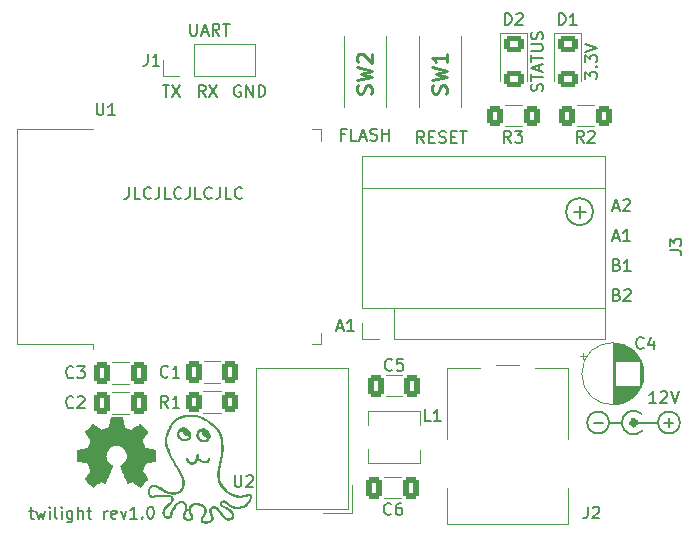
<source format=gto>
%TF.GenerationSoftware,KiCad,Pcbnew,(6.0.1)*%
%TF.CreationDate,2022-02-11T20:29:22+00:00*%
%TF.ProjectId,pcb,7063622e-6b69-4636-9164-5f7063625858,rev?*%
%TF.SameCoordinates,Original*%
%TF.FileFunction,Legend,Top*%
%TF.FilePolarity,Positive*%
%FSLAX46Y46*%
G04 Gerber Fmt 4.6, Leading zero omitted, Abs format (unit mm)*
G04 Created by KiCad (PCBNEW (6.0.1)) date 2022-02-11 20:29:22*
%MOMM*%
%LPD*%
G01*
G04 APERTURE LIST*
G04 Aperture macros list*
%AMRoundRect*
0 Rectangle with rounded corners*
0 $1 Rounding radius*
0 $2 $3 $4 $5 $6 $7 $8 $9 X,Y pos of 4 corners*
0 Add a 4 corners polygon primitive as box body*
4,1,4,$2,$3,$4,$5,$6,$7,$8,$9,$2,$3,0*
0 Add four circle primitives for the rounded corners*
1,1,$1+$1,$2,$3*
1,1,$1+$1,$4,$5*
1,1,$1+$1,$6,$7*
1,1,$1+$1,$8,$9*
0 Add four rect primitives between the rounded corners*
20,1,$1+$1,$2,$3,$4,$5,0*
20,1,$1+$1,$4,$5,$6,$7,0*
20,1,$1+$1,$6,$7,$8,$9,0*
20,1,$1+$1,$8,$9,$2,$3,0*%
G04 Aperture macros list end*
%ADD10C,0.150000*%
%ADD11C,0.254000*%
%ADD12C,0.120000*%
%ADD13C,0.010000*%
%ADD14C,0.100000*%
%ADD15C,0.500000*%
%ADD16R,1.600000X1.600000*%
%ADD17O,1.600000X1.600000*%
%ADD18C,3.200000*%
%ADD19C,1.800000*%
%ADD20RoundRect,0.250000X-0.412500X-0.650000X0.412500X-0.650000X0.412500X0.650000X-0.412500X0.650000X0*%
%ADD21R,1.900000X1.500000*%
%ADD22RoundRect,0.250000X-0.400000X-0.625000X0.400000X-0.625000X0.400000X0.625000X-0.400000X0.625000X0*%
%ADD23RoundRect,0.250000X0.412500X0.650000X-0.412500X0.650000X-0.412500X-0.650000X0.412500X-0.650000X0*%
%ADD24O,2.000000X3.500000*%
%ADD25O,3.300000X2.000000*%
%ADD26R,4.000000X2.000000*%
%ADD27C,1.600000*%
%ADD28R,0.900000X2.000000*%
%ADD29R,2.000000X0.900000*%
%ADD30R,5.000000X5.000000*%
%ADD31RoundRect,0.250001X-0.624999X0.462499X-0.624999X-0.462499X0.624999X-0.462499X0.624999X0.462499X0*%
%ADD32R,1.700000X1.700000*%
%ADD33O,1.700000X1.700000*%
%ADD34C,6.400000*%
%ADD35RoundRect,0.250000X0.400000X0.625000X-0.400000X0.625000X-0.400000X-0.625000X0.400000X-0.625000X0*%
%ADD36R,2.500000X1.500000*%
%ADD37O,2.500000X1.500000*%
G04 APERTURE END LIST*
D10*
X126492000Y-60960000D02*
X126492000Y-61976000D01*
X125984000Y-61468000D02*
X127000000Y-61468000D01*
X127627923Y-61468000D02*
G75*
G03*
X127627923Y-61468000I-1135923J0D01*
G01*
X97790095Y-50808000D02*
X97694857Y-50760380D01*
X97552000Y-50760380D01*
X97409142Y-50808000D01*
X97313904Y-50903238D01*
X97266285Y-50998476D01*
X97218666Y-51188952D01*
X97218666Y-51331809D01*
X97266285Y-51522285D01*
X97313904Y-51617523D01*
X97409142Y-51712761D01*
X97552000Y-51760380D01*
X97647238Y-51760380D01*
X97790095Y-51712761D01*
X97837714Y-51665142D01*
X97837714Y-51331809D01*
X97647238Y-51331809D01*
X98266285Y-51760380D02*
X98266285Y-50760380D01*
X98837714Y-51760380D01*
X98837714Y-50760380D01*
X99313904Y-51760380D02*
X99313904Y-50760380D01*
X99552000Y-50760380D01*
X99694857Y-50808000D01*
X99790095Y-50903238D01*
X99837714Y-50998476D01*
X99885333Y-51188952D01*
X99885333Y-51331809D01*
X99837714Y-51522285D01*
X99790095Y-51617523D01*
X99694857Y-51712761D01*
X99552000Y-51760380D01*
X99313904Y-51760380D01*
X113330219Y-55646580D02*
X112996885Y-55170390D01*
X112758790Y-55646580D02*
X112758790Y-54646580D01*
X113139742Y-54646580D01*
X113234980Y-54694200D01*
X113282600Y-54741819D01*
X113330219Y-54837057D01*
X113330219Y-54979914D01*
X113282600Y-55075152D01*
X113234980Y-55122771D01*
X113139742Y-55170390D01*
X112758790Y-55170390D01*
X113758790Y-55122771D02*
X114092123Y-55122771D01*
X114234980Y-55646580D02*
X113758790Y-55646580D01*
X113758790Y-54646580D01*
X114234980Y-54646580D01*
X114615933Y-55598961D02*
X114758790Y-55646580D01*
X114996885Y-55646580D01*
X115092123Y-55598961D01*
X115139742Y-55551342D01*
X115187361Y-55456104D01*
X115187361Y-55360866D01*
X115139742Y-55265628D01*
X115092123Y-55218009D01*
X114996885Y-55170390D01*
X114806409Y-55122771D01*
X114711171Y-55075152D01*
X114663552Y-55027533D01*
X114615933Y-54932295D01*
X114615933Y-54837057D01*
X114663552Y-54741819D01*
X114711171Y-54694200D01*
X114806409Y-54646580D01*
X115044504Y-54646580D01*
X115187361Y-54694200D01*
X115615933Y-55122771D02*
X115949266Y-55122771D01*
X116092123Y-55646580D02*
X115615933Y-55646580D01*
X115615933Y-54646580D01*
X116092123Y-54646580D01*
X116377838Y-54646580D02*
X116949266Y-54646580D01*
X116663552Y-55646580D02*
X116663552Y-54646580D01*
X129333714Y-63666666D02*
X129809904Y-63666666D01*
X129238476Y-63952380D02*
X129571809Y-62952380D01*
X129905142Y-63952380D01*
X130762285Y-63952380D02*
X130190857Y-63952380D01*
X130476571Y-63952380D02*
X130476571Y-62952380D01*
X130381333Y-63095238D01*
X130286095Y-63190476D01*
X130190857Y-63238095D01*
X88344952Y-59396380D02*
X88344952Y-60110666D01*
X88297333Y-60253523D01*
X88202095Y-60348761D01*
X88059238Y-60396380D01*
X87964000Y-60396380D01*
X89297333Y-60396380D02*
X88821142Y-60396380D01*
X88821142Y-59396380D01*
X90202095Y-60301142D02*
X90154476Y-60348761D01*
X90011619Y-60396380D01*
X89916380Y-60396380D01*
X89773523Y-60348761D01*
X89678285Y-60253523D01*
X89630666Y-60158285D01*
X89583047Y-59967809D01*
X89583047Y-59824952D01*
X89630666Y-59634476D01*
X89678285Y-59539238D01*
X89773523Y-59444000D01*
X89916380Y-59396380D01*
X90011619Y-59396380D01*
X90154476Y-59444000D01*
X90202095Y-59491619D01*
X90916380Y-59396380D02*
X90916380Y-60110666D01*
X90868761Y-60253523D01*
X90773523Y-60348761D01*
X90630666Y-60396380D01*
X90535428Y-60396380D01*
X91868761Y-60396380D02*
X91392571Y-60396380D01*
X91392571Y-59396380D01*
X92773523Y-60301142D02*
X92725904Y-60348761D01*
X92583047Y-60396380D01*
X92487809Y-60396380D01*
X92344952Y-60348761D01*
X92249714Y-60253523D01*
X92202095Y-60158285D01*
X92154476Y-59967809D01*
X92154476Y-59824952D01*
X92202095Y-59634476D01*
X92249714Y-59539238D01*
X92344952Y-59444000D01*
X92487809Y-59396380D01*
X92583047Y-59396380D01*
X92725904Y-59444000D01*
X92773523Y-59491619D01*
X93487809Y-59396380D02*
X93487809Y-60110666D01*
X93440190Y-60253523D01*
X93344952Y-60348761D01*
X93202095Y-60396380D01*
X93106857Y-60396380D01*
X94440190Y-60396380D02*
X93964000Y-60396380D01*
X93964000Y-59396380D01*
X95344952Y-60301142D02*
X95297333Y-60348761D01*
X95154476Y-60396380D01*
X95059238Y-60396380D01*
X94916380Y-60348761D01*
X94821142Y-60253523D01*
X94773523Y-60158285D01*
X94725904Y-59967809D01*
X94725904Y-59824952D01*
X94773523Y-59634476D01*
X94821142Y-59539238D01*
X94916380Y-59444000D01*
X95059238Y-59396380D01*
X95154476Y-59396380D01*
X95297333Y-59444000D01*
X95344952Y-59491619D01*
X96059238Y-59396380D02*
X96059238Y-60110666D01*
X96011619Y-60253523D01*
X95916380Y-60348761D01*
X95773523Y-60396380D01*
X95678285Y-60396380D01*
X97011619Y-60396380D02*
X96535428Y-60396380D01*
X96535428Y-59396380D01*
X97916380Y-60301142D02*
X97868761Y-60348761D01*
X97725904Y-60396380D01*
X97630666Y-60396380D01*
X97487809Y-60348761D01*
X97392571Y-60253523D01*
X97344952Y-60158285D01*
X97297333Y-59967809D01*
X97297333Y-59824952D01*
X97344952Y-59634476D01*
X97392571Y-59539238D01*
X97487809Y-59444000D01*
X97630666Y-59396380D01*
X97725904Y-59396380D01*
X97868761Y-59444000D01*
X97916380Y-59491619D01*
X91186095Y-50760380D02*
X91757523Y-50760380D01*
X91471809Y-51760380D02*
X91471809Y-50760380D01*
X91995619Y-50760380D02*
X92662285Y-51760380D01*
X92662285Y-50760380D02*
X91995619Y-51760380D01*
X123340761Y-51244190D02*
X123388380Y-51101333D01*
X123388380Y-50863238D01*
X123340761Y-50768000D01*
X123293142Y-50720380D01*
X123197904Y-50672761D01*
X123102666Y-50672761D01*
X123007428Y-50720380D01*
X122959809Y-50768000D01*
X122912190Y-50863238D01*
X122864571Y-51053714D01*
X122816952Y-51148952D01*
X122769333Y-51196571D01*
X122674095Y-51244190D01*
X122578857Y-51244190D01*
X122483619Y-51196571D01*
X122436000Y-51148952D01*
X122388380Y-51053714D01*
X122388380Y-50815619D01*
X122436000Y-50672761D01*
X122388380Y-50387047D02*
X122388380Y-49815619D01*
X123388380Y-50101333D02*
X122388380Y-50101333D01*
X123102666Y-49529904D02*
X123102666Y-49053714D01*
X123388380Y-49625142D02*
X122388380Y-49291809D01*
X123388380Y-48958476D01*
X122388380Y-48768000D02*
X122388380Y-48196571D01*
X123388380Y-48482285D02*
X122388380Y-48482285D01*
X122388380Y-47863238D02*
X123197904Y-47863238D01*
X123293142Y-47815619D01*
X123340761Y-47768000D01*
X123388380Y-47672761D01*
X123388380Y-47482285D01*
X123340761Y-47387047D01*
X123293142Y-47339428D01*
X123197904Y-47291809D01*
X122388380Y-47291809D01*
X123340761Y-46863238D02*
X123388380Y-46720380D01*
X123388380Y-46482285D01*
X123340761Y-46387047D01*
X123293142Y-46339428D01*
X123197904Y-46291809D01*
X123102666Y-46291809D01*
X123007428Y-46339428D01*
X122959809Y-46387047D01*
X122912190Y-46482285D01*
X122864571Y-46672761D01*
X122816952Y-46768000D01*
X122769333Y-46815619D01*
X122674095Y-46863238D01*
X122578857Y-46863238D01*
X122483619Y-46815619D01*
X122436000Y-46768000D01*
X122388380Y-46672761D01*
X122388380Y-46434666D01*
X122436000Y-46291809D01*
X129643238Y-65968571D02*
X129786095Y-66016190D01*
X129833714Y-66063809D01*
X129881333Y-66159047D01*
X129881333Y-66301904D01*
X129833714Y-66397142D01*
X129786095Y-66444761D01*
X129690857Y-66492380D01*
X129309904Y-66492380D01*
X129309904Y-65492380D01*
X129643238Y-65492380D01*
X129738476Y-65540000D01*
X129786095Y-65587619D01*
X129833714Y-65682857D01*
X129833714Y-65778095D01*
X129786095Y-65873333D01*
X129738476Y-65920952D01*
X129643238Y-65968571D01*
X129309904Y-65968571D01*
X130833714Y-66492380D02*
X130262285Y-66492380D01*
X130548000Y-66492380D02*
X130548000Y-65492380D01*
X130452761Y-65635238D01*
X130357523Y-65730476D01*
X130262285Y-65778095D01*
X94829333Y-51760380D02*
X94496000Y-51284190D01*
X94257904Y-51760380D02*
X94257904Y-50760380D01*
X94638857Y-50760380D01*
X94734095Y-50808000D01*
X94781714Y-50855619D01*
X94829333Y-50950857D01*
X94829333Y-51093714D01*
X94781714Y-51188952D01*
X94734095Y-51236571D01*
X94638857Y-51284190D01*
X94257904Y-51284190D01*
X95162666Y-50760380D02*
X95829333Y-51760380D01*
X95829333Y-50760380D02*
X95162666Y-51760380D01*
X93527761Y-45553380D02*
X93527761Y-46362904D01*
X93575380Y-46458142D01*
X93623000Y-46505761D01*
X93718238Y-46553380D01*
X93908714Y-46553380D01*
X94003952Y-46505761D01*
X94051571Y-46458142D01*
X94099190Y-46362904D01*
X94099190Y-45553380D01*
X94527761Y-46267666D02*
X95003952Y-46267666D01*
X94432523Y-46553380D02*
X94765857Y-45553380D01*
X95099190Y-46553380D01*
X96003952Y-46553380D02*
X95670619Y-46077190D01*
X95432523Y-46553380D02*
X95432523Y-45553380D01*
X95813476Y-45553380D01*
X95908714Y-45601000D01*
X95956333Y-45648619D01*
X96003952Y-45743857D01*
X96003952Y-45886714D01*
X95956333Y-45981952D01*
X95908714Y-46029571D01*
X95813476Y-46077190D01*
X95432523Y-46077190D01*
X96289666Y-45553380D02*
X96861095Y-45553380D01*
X96575380Y-46553380D02*
X96575380Y-45553380D01*
X129333714Y-61126666D02*
X129809904Y-61126666D01*
X129238476Y-61412380D02*
X129571809Y-60412380D01*
X129905142Y-61412380D01*
X130190857Y-60507619D02*
X130238476Y-60460000D01*
X130333714Y-60412380D01*
X130571809Y-60412380D01*
X130667047Y-60460000D01*
X130714666Y-60507619D01*
X130762285Y-60602857D01*
X130762285Y-60698095D01*
X130714666Y-60840952D01*
X130143238Y-61412380D01*
X130762285Y-61412380D01*
X106640523Y-54919571D02*
X106307190Y-54919571D01*
X106307190Y-55443380D02*
X106307190Y-54443380D01*
X106783380Y-54443380D01*
X107640523Y-55443380D02*
X107164333Y-55443380D01*
X107164333Y-54443380D01*
X107926238Y-55157666D02*
X108402428Y-55157666D01*
X107831000Y-55443380D02*
X108164333Y-54443380D01*
X108497666Y-55443380D01*
X108783380Y-55395761D02*
X108926238Y-55443380D01*
X109164333Y-55443380D01*
X109259571Y-55395761D01*
X109307190Y-55348142D01*
X109354809Y-55252904D01*
X109354809Y-55157666D01*
X109307190Y-55062428D01*
X109259571Y-55014809D01*
X109164333Y-54967190D01*
X108973857Y-54919571D01*
X108878619Y-54871952D01*
X108831000Y-54824333D01*
X108783380Y-54729095D01*
X108783380Y-54633857D01*
X108831000Y-54538619D01*
X108878619Y-54491000D01*
X108973857Y-54443380D01*
X109211952Y-54443380D01*
X109354809Y-54491000D01*
X109783380Y-55443380D02*
X109783380Y-54443380D01*
X109783380Y-54919571D02*
X110354809Y-54919571D01*
X110354809Y-55443380D02*
X110354809Y-54443380D01*
X129643238Y-68508571D02*
X129786095Y-68556190D01*
X129833714Y-68603809D01*
X129881333Y-68699047D01*
X129881333Y-68841904D01*
X129833714Y-68937142D01*
X129786095Y-68984761D01*
X129690857Y-69032380D01*
X129309904Y-69032380D01*
X129309904Y-68032380D01*
X129643238Y-68032380D01*
X129738476Y-68080000D01*
X129786095Y-68127619D01*
X129833714Y-68222857D01*
X129833714Y-68318095D01*
X129786095Y-68413333D01*
X129738476Y-68460952D01*
X129643238Y-68508571D01*
X129309904Y-68508571D01*
X130262285Y-68127619D02*
X130309904Y-68080000D01*
X130405142Y-68032380D01*
X130643238Y-68032380D01*
X130738476Y-68080000D01*
X130786095Y-68127619D01*
X130833714Y-68222857D01*
X130833714Y-68318095D01*
X130786095Y-68460952D01*
X130214666Y-69032380D01*
X130833714Y-69032380D01*
X79883666Y-86780714D02*
X80264619Y-86780714D01*
X80026523Y-86447380D02*
X80026523Y-87304523D01*
X80074142Y-87399761D01*
X80169380Y-87447380D01*
X80264619Y-87447380D01*
X80502714Y-86780714D02*
X80693190Y-87447380D01*
X80883666Y-86971190D01*
X81074142Y-87447380D01*
X81264619Y-86780714D01*
X81645571Y-87447380D02*
X81645571Y-86780714D01*
X81645571Y-86447380D02*
X81597952Y-86495000D01*
X81645571Y-86542619D01*
X81693190Y-86495000D01*
X81645571Y-86447380D01*
X81645571Y-86542619D01*
X82264619Y-87447380D02*
X82169380Y-87399761D01*
X82121761Y-87304523D01*
X82121761Y-86447380D01*
X82645571Y-87447380D02*
X82645571Y-86780714D01*
X82645571Y-86447380D02*
X82597952Y-86495000D01*
X82645571Y-86542619D01*
X82693190Y-86495000D01*
X82645571Y-86447380D01*
X82645571Y-86542619D01*
X83550333Y-86780714D02*
X83550333Y-87590238D01*
X83502714Y-87685476D01*
X83455095Y-87733095D01*
X83359857Y-87780714D01*
X83217000Y-87780714D01*
X83121761Y-87733095D01*
X83550333Y-87399761D02*
X83455095Y-87447380D01*
X83264619Y-87447380D01*
X83169380Y-87399761D01*
X83121761Y-87352142D01*
X83074142Y-87256904D01*
X83074142Y-86971190D01*
X83121761Y-86875952D01*
X83169380Y-86828333D01*
X83264619Y-86780714D01*
X83455095Y-86780714D01*
X83550333Y-86828333D01*
X84026523Y-87447380D02*
X84026523Y-86447380D01*
X84455095Y-87447380D02*
X84455095Y-86923571D01*
X84407476Y-86828333D01*
X84312238Y-86780714D01*
X84169380Y-86780714D01*
X84074142Y-86828333D01*
X84026523Y-86875952D01*
X84788428Y-86780714D02*
X85169380Y-86780714D01*
X84931285Y-86447380D02*
X84931285Y-87304523D01*
X84978904Y-87399761D01*
X85074142Y-87447380D01*
X85169380Y-87447380D01*
X86264619Y-87447380D02*
X86264619Y-86780714D01*
X86264619Y-86971190D02*
X86312238Y-86875952D01*
X86359857Y-86828333D01*
X86455095Y-86780714D01*
X86550333Y-86780714D01*
X87264619Y-87399761D02*
X87169380Y-87447380D01*
X86978904Y-87447380D01*
X86883666Y-87399761D01*
X86836047Y-87304523D01*
X86836047Y-86923571D01*
X86883666Y-86828333D01*
X86978904Y-86780714D01*
X87169380Y-86780714D01*
X87264619Y-86828333D01*
X87312238Y-86923571D01*
X87312238Y-87018809D01*
X86836047Y-87114047D01*
X87645571Y-86780714D02*
X87883666Y-87447380D01*
X88121761Y-86780714D01*
X89026523Y-87447380D02*
X88455095Y-87447380D01*
X88740809Y-87447380D02*
X88740809Y-86447380D01*
X88645571Y-86590238D01*
X88550333Y-86685476D01*
X88455095Y-86733095D01*
X89455095Y-87352142D02*
X89502714Y-87399761D01*
X89455095Y-87447380D01*
X89407476Y-87399761D01*
X89455095Y-87352142D01*
X89455095Y-87447380D01*
X90121761Y-86447380D02*
X90217000Y-86447380D01*
X90312238Y-86495000D01*
X90359857Y-86542619D01*
X90407476Y-86637857D01*
X90455095Y-86828333D01*
X90455095Y-87066428D01*
X90407476Y-87256904D01*
X90359857Y-87352142D01*
X90312238Y-87399761D01*
X90217000Y-87447380D01*
X90121761Y-87447380D01*
X90026523Y-87399761D01*
X89978904Y-87352142D01*
X89931285Y-87256904D01*
X89883666Y-87066428D01*
X89883666Y-86828333D01*
X89931285Y-86637857D01*
X89978904Y-86542619D01*
X90026523Y-86495000D01*
X90121761Y-86447380D01*
X126960380Y-50244190D02*
X126960380Y-49625142D01*
X127341333Y-49958476D01*
X127341333Y-49815619D01*
X127388952Y-49720380D01*
X127436571Y-49672761D01*
X127531809Y-49625142D01*
X127769904Y-49625142D01*
X127865142Y-49672761D01*
X127912761Y-49720380D01*
X127960380Y-49815619D01*
X127960380Y-50101333D01*
X127912761Y-50196571D01*
X127865142Y-50244190D01*
X127865142Y-49196571D02*
X127912761Y-49148952D01*
X127960380Y-49196571D01*
X127912761Y-49244190D01*
X127865142Y-49196571D01*
X127960380Y-49196571D01*
X126960380Y-48815619D02*
X126960380Y-48196571D01*
X127341333Y-48529904D01*
X127341333Y-48387047D01*
X127388952Y-48291809D01*
X127436571Y-48244190D01*
X127531809Y-48196571D01*
X127769904Y-48196571D01*
X127865142Y-48244190D01*
X127912761Y-48291809D01*
X127960380Y-48387047D01*
X127960380Y-48672761D01*
X127912761Y-48768000D01*
X127865142Y-48815619D01*
X126960380Y-47910857D02*
X127960380Y-47577523D01*
X126960380Y-47244190D01*
%TO.C,A1*%
X105965714Y-71286666D02*
X106441904Y-71286666D01*
X105870476Y-71572380D02*
X106203809Y-70572380D01*
X106537142Y-71572380D01*
X107394285Y-71572380D02*
X106822857Y-71572380D01*
X107108571Y-71572380D02*
X107108571Y-70572380D01*
X107013333Y-70715238D01*
X106918095Y-70810476D01*
X106822857Y-70858095D01*
D11*
%TO.C,SW1*%
X115195047Y-51477333D02*
X115255523Y-51295904D01*
X115255523Y-50993523D01*
X115195047Y-50872571D01*
X115134571Y-50812095D01*
X115013619Y-50751619D01*
X114892666Y-50751619D01*
X114771714Y-50812095D01*
X114711238Y-50872571D01*
X114650761Y-50993523D01*
X114590285Y-51235428D01*
X114529809Y-51356380D01*
X114469333Y-51416857D01*
X114348380Y-51477333D01*
X114227428Y-51477333D01*
X114106476Y-51416857D01*
X114046000Y-51356380D01*
X113985523Y-51235428D01*
X113985523Y-50933047D01*
X114046000Y-50751619D01*
X113985523Y-50328285D02*
X115255523Y-50025904D01*
X114348380Y-49784000D01*
X115255523Y-49542095D01*
X113985523Y-49239714D01*
X115255523Y-48090666D02*
X115255523Y-48816380D01*
X115255523Y-48453523D02*
X113985523Y-48453523D01*
X114166952Y-48574476D01*
X114287904Y-48695428D01*
X114348380Y-48816380D01*
D10*
%TO.C,C6*%
X110539633Y-87037342D02*
X110492014Y-87084961D01*
X110349157Y-87132580D01*
X110253919Y-87132580D01*
X110111061Y-87084961D01*
X110015823Y-86989723D01*
X109968204Y-86894485D01*
X109920585Y-86704009D01*
X109920585Y-86561152D01*
X109968204Y-86370676D01*
X110015823Y-86275438D01*
X110111061Y-86180200D01*
X110253919Y-86132580D01*
X110349157Y-86132580D01*
X110492014Y-86180200D01*
X110539633Y-86227819D01*
X111396776Y-86132580D02*
X111206300Y-86132580D01*
X111111061Y-86180200D01*
X111063442Y-86227819D01*
X110968204Y-86370676D01*
X110920585Y-86561152D01*
X110920585Y-86942104D01*
X110968204Y-87037342D01*
X111015823Y-87084961D01*
X111111061Y-87132580D01*
X111301538Y-87132580D01*
X111396776Y-87084961D01*
X111444395Y-87037342D01*
X111492014Y-86942104D01*
X111492014Y-86704009D01*
X111444395Y-86608771D01*
X111396776Y-86561152D01*
X111301538Y-86513533D01*
X111111061Y-86513533D01*
X111015823Y-86561152D01*
X110968204Y-86608771D01*
X110920585Y-86704009D01*
%TO.C,L1*%
X113892433Y-79192380D02*
X113416242Y-79192380D01*
X113416242Y-78192380D01*
X114749576Y-79192380D02*
X114178147Y-79192380D01*
X114463861Y-79192380D02*
X114463861Y-78192380D01*
X114368623Y-78335238D01*
X114273385Y-78430476D01*
X114178147Y-78478095D01*
%TO.C,R2*%
X126833333Y-55621180D02*
X126500000Y-55144990D01*
X126261904Y-55621180D02*
X126261904Y-54621180D01*
X126642857Y-54621180D01*
X126738095Y-54668800D01*
X126785714Y-54716419D01*
X126833333Y-54811657D01*
X126833333Y-54954514D01*
X126785714Y-55049752D01*
X126738095Y-55097371D01*
X126642857Y-55144990D01*
X126261904Y-55144990D01*
X127214285Y-54716419D02*
X127261904Y-54668800D01*
X127357142Y-54621180D01*
X127595238Y-54621180D01*
X127690476Y-54668800D01*
X127738095Y-54716419D01*
X127785714Y-54811657D01*
X127785714Y-54906895D01*
X127738095Y-55049752D01*
X127166666Y-55621180D01*
X127785714Y-55621180D01*
%TO.C,C5*%
X110615833Y-74829942D02*
X110568214Y-74877561D01*
X110425357Y-74925180D01*
X110330119Y-74925180D01*
X110187261Y-74877561D01*
X110092023Y-74782323D01*
X110044404Y-74687085D01*
X109996785Y-74496609D01*
X109996785Y-74353752D01*
X110044404Y-74163276D01*
X110092023Y-74068038D01*
X110187261Y-73972800D01*
X110330119Y-73925180D01*
X110425357Y-73925180D01*
X110568214Y-73972800D01*
X110615833Y-74020419D01*
X111520595Y-73925180D02*
X111044404Y-73925180D01*
X110996785Y-74401371D01*
X111044404Y-74353752D01*
X111139642Y-74306133D01*
X111377738Y-74306133D01*
X111472976Y-74353752D01*
X111520595Y-74401371D01*
X111568214Y-74496609D01*
X111568214Y-74734704D01*
X111520595Y-74829942D01*
X111472976Y-74877561D01*
X111377738Y-74925180D01*
X111139642Y-74925180D01*
X111044404Y-74877561D01*
X110996785Y-74829942D01*
%TO.C,J2*%
X127174666Y-86433780D02*
X127174666Y-87148066D01*
X127127047Y-87290923D01*
X127031809Y-87386161D01*
X126888952Y-87433780D01*
X126793714Y-87433780D01*
X127603238Y-86529019D02*
X127650857Y-86481400D01*
X127746095Y-86433780D01*
X127984190Y-86433780D01*
X128079428Y-86481400D01*
X128127047Y-86529019D01*
X128174666Y-86624257D01*
X128174666Y-86719495D01*
X128127047Y-86862352D01*
X127555619Y-87433780D01*
X128174666Y-87433780D01*
%TO.C,U1*%
X85598095Y-52284380D02*
X85598095Y-53093904D01*
X85645714Y-53189142D01*
X85693333Y-53236761D01*
X85788571Y-53284380D01*
X85979047Y-53284380D01*
X86074285Y-53236761D01*
X86121904Y-53189142D01*
X86169523Y-53093904D01*
X86169523Y-52284380D01*
X87169523Y-53284380D02*
X86598095Y-53284380D01*
X86883809Y-53284380D02*
X86883809Y-52284380D01*
X86788571Y-52427238D01*
X86693333Y-52522476D01*
X86598095Y-52570095D01*
%TO.C,C3*%
X83627933Y-75464942D02*
X83580314Y-75512561D01*
X83437457Y-75560180D01*
X83342219Y-75560180D01*
X83199361Y-75512561D01*
X83104123Y-75417323D01*
X83056504Y-75322085D01*
X83008885Y-75131609D01*
X83008885Y-74988752D01*
X83056504Y-74798276D01*
X83104123Y-74703038D01*
X83199361Y-74607800D01*
X83342219Y-74560180D01*
X83437457Y-74560180D01*
X83580314Y-74607800D01*
X83627933Y-74655419D01*
X83961266Y-74560180D02*
X84580314Y-74560180D01*
X84246980Y-74941133D01*
X84389838Y-74941133D01*
X84485076Y-74988752D01*
X84532695Y-75036371D01*
X84580314Y-75131609D01*
X84580314Y-75369704D01*
X84532695Y-75464942D01*
X84485076Y-75512561D01*
X84389838Y-75560180D01*
X84104123Y-75560180D01*
X84008885Y-75512561D01*
X83961266Y-75464942D01*
%TO.C,D1*%
X124737904Y-45664380D02*
X124737904Y-44664380D01*
X124976000Y-44664380D01*
X125118857Y-44712000D01*
X125214095Y-44807238D01*
X125261714Y-44902476D01*
X125309333Y-45092952D01*
X125309333Y-45235809D01*
X125261714Y-45426285D01*
X125214095Y-45521523D01*
X125118857Y-45616761D01*
X124976000Y-45664380D01*
X124737904Y-45664380D01*
X126261714Y-45664380D02*
X125690285Y-45664380D01*
X125976000Y-45664380D02*
X125976000Y-44664380D01*
X125880761Y-44807238D01*
X125785523Y-44902476D01*
X125690285Y-44950095D01*
%TO.C,C4*%
X131913333Y-73001142D02*
X131865714Y-73048761D01*
X131722857Y-73096380D01*
X131627619Y-73096380D01*
X131484761Y-73048761D01*
X131389523Y-72953523D01*
X131341904Y-72858285D01*
X131294285Y-72667809D01*
X131294285Y-72524952D01*
X131341904Y-72334476D01*
X131389523Y-72239238D01*
X131484761Y-72144000D01*
X131627619Y-72096380D01*
X131722857Y-72096380D01*
X131865714Y-72144000D01*
X131913333Y-72191619D01*
X132770476Y-72429714D02*
X132770476Y-73096380D01*
X132532380Y-72048761D02*
X132294285Y-72763047D01*
X132913333Y-72763047D01*
%TO.C,D2*%
X120165904Y-45664380D02*
X120165904Y-44664380D01*
X120404000Y-44664380D01*
X120546857Y-44712000D01*
X120642095Y-44807238D01*
X120689714Y-44902476D01*
X120737333Y-45092952D01*
X120737333Y-45235809D01*
X120689714Y-45426285D01*
X120642095Y-45521523D01*
X120546857Y-45616761D01*
X120404000Y-45664380D01*
X120165904Y-45664380D01*
X121118285Y-44759619D02*
X121165904Y-44712000D01*
X121261142Y-44664380D01*
X121499238Y-44664380D01*
X121594476Y-44712000D01*
X121642095Y-44759619D01*
X121689714Y-44854857D01*
X121689714Y-44950095D01*
X121642095Y-45092952D01*
X121070666Y-45664380D01*
X121689714Y-45664380D01*
%TO.C,J1*%
X89919666Y-48093380D02*
X89919666Y-48807666D01*
X89872047Y-48950523D01*
X89776809Y-49045761D01*
X89633952Y-49093380D01*
X89538714Y-49093380D01*
X90919666Y-49093380D02*
X90348238Y-49093380D01*
X90633952Y-49093380D02*
X90633952Y-48093380D01*
X90538714Y-48236238D01*
X90443476Y-48331476D01*
X90348238Y-48379095D01*
%TO.C,C2*%
X83627933Y-78004942D02*
X83580314Y-78052561D01*
X83437457Y-78100180D01*
X83342219Y-78100180D01*
X83199361Y-78052561D01*
X83104123Y-77957323D01*
X83056504Y-77862085D01*
X83008885Y-77671609D01*
X83008885Y-77528752D01*
X83056504Y-77338276D01*
X83104123Y-77243038D01*
X83199361Y-77147800D01*
X83342219Y-77100180D01*
X83437457Y-77100180D01*
X83580314Y-77147800D01*
X83627933Y-77195419D01*
X84008885Y-77195419D02*
X84056504Y-77147800D01*
X84151742Y-77100180D01*
X84389838Y-77100180D01*
X84485076Y-77147800D01*
X84532695Y-77195419D01*
X84580314Y-77290657D01*
X84580314Y-77385895D01*
X84532695Y-77528752D01*
X83961266Y-78100180D01*
X84580314Y-78100180D01*
%TO.C,R3*%
X120686533Y-55621180D02*
X120353200Y-55144990D01*
X120115104Y-55621180D02*
X120115104Y-54621180D01*
X120496057Y-54621180D01*
X120591295Y-54668800D01*
X120638914Y-54716419D01*
X120686533Y-54811657D01*
X120686533Y-54954514D01*
X120638914Y-55049752D01*
X120591295Y-55097371D01*
X120496057Y-55144990D01*
X120115104Y-55144990D01*
X121019866Y-54621180D02*
X121638914Y-54621180D01*
X121305580Y-55002133D01*
X121448438Y-55002133D01*
X121543676Y-55049752D01*
X121591295Y-55097371D01*
X121638914Y-55192609D01*
X121638914Y-55430704D01*
X121591295Y-55525942D01*
X121543676Y-55573561D01*
X121448438Y-55621180D01*
X121162723Y-55621180D01*
X121067485Y-55573561D01*
X121019866Y-55525942D01*
%TO.C,REF\u002A\u002A*%
X132984952Y-77668380D02*
X132413523Y-77668380D01*
X132699238Y-77668380D02*
X132699238Y-76668380D01*
X132604000Y-76811238D01*
X132508761Y-76906476D01*
X132413523Y-76954095D01*
X133365904Y-76763619D02*
X133413523Y-76716000D01*
X133508761Y-76668380D01*
X133746857Y-76668380D01*
X133842095Y-76716000D01*
X133889714Y-76763619D01*
X133937333Y-76858857D01*
X133937333Y-76954095D01*
X133889714Y-77096952D01*
X133318285Y-77668380D01*
X133937333Y-77668380D01*
X134223047Y-76668380D02*
X134556380Y-77668380D01*
X134889714Y-76668380D01*
X127683047Y-79319428D02*
X128444952Y-79319428D01*
X133683047Y-79319428D02*
X134444952Y-79319428D01*
X134064000Y-79700380D02*
X134064000Y-78938476D01*
%TO.C,R1*%
X91654333Y-78049380D02*
X91321000Y-77573190D01*
X91082904Y-78049380D02*
X91082904Y-77049380D01*
X91463857Y-77049380D01*
X91559095Y-77097000D01*
X91606714Y-77144619D01*
X91654333Y-77239857D01*
X91654333Y-77382714D01*
X91606714Y-77477952D01*
X91559095Y-77525571D01*
X91463857Y-77573190D01*
X91082904Y-77573190D01*
X92606714Y-78049380D02*
X92035285Y-78049380D01*
X92321000Y-78049380D02*
X92321000Y-77049380D01*
X92225761Y-77192238D01*
X92130523Y-77287476D01*
X92035285Y-77335095D01*
%TO.C,J3*%
X134115680Y-64745233D02*
X134829966Y-64745233D01*
X134972823Y-64792852D01*
X135068061Y-64888090D01*
X135115680Y-65030947D01*
X135115680Y-65126185D01*
X134115680Y-64364280D02*
X134115680Y-63745233D01*
X134496633Y-64078566D01*
X134496633Y-63935709D01*
X134544252Y-63840471D01*
X134591871Y-63792852D01*
X134687109Y-63745233D01*
X134925204Y-63745233D01*
X135020442Y-63792852D01*
X135068061Y-63840471D01*
X135115680Y-63935709D01*
X135115680Y-64221423D01*
X135068061Y-64316661D01*
X135020442Y-64364280D01*
%TO.C,U2*%
X97282095Y-83780380D02*
X97282095Y-84589904D01*
X97329714Y-84685142D01*
X97377333Y-84732761D01*
X97472571Y-84780380D01*
X97663047Y-84780380D01*
X97758285Y-84732761D01*
X97805904Y-84685142D01*
X97853523Y-84589904D01*
X97853523Y-83780380D01*
X98282095Y-83875619D02*
X98329714Y-83828000D01*
X98424952Y-83780380D01*
X98663047Y-83780380D01*
X98758285Y-83828000D01*
X98805904Y-83875619D01*
X98853523Y-83970857D01*
X98853523Y-84066095D01*
X98805904Y-84208952D01*
X98234476Y-84780380D01*
X98853523Y-84780380D01*
%TO.C,C1*%
X91654333Y-75414142D02*
X91606714Y-75461761D01*
X91463857Y-75509380D01*
X91368619Y-75509380D01*
X91225761Y-75461761D01*
X91130523Y-75366523D01*
X91082904Y-75271285D01*
X91035285Y-75080809D01*
X91035285Y-74937952D01*
X91082904Y-74747476D01*
X91130523Y-74652238D01*
X91225761Y-74557000D01*
X91368619Y-74509380D01*
X91463857Y-74509380D01*
X91606714Y-74557000D01*
X91654333Y-74604619D01*
X92606714Y-75509380D02*
X92035285Y-75509380D01*
X92321000Y-75509380D02*
X92321000Y-74509380D01*
X92225761Y-74652238D01*
X92130523Y-74747476D01*
X92035285Y-74795095D01*
D11*
%TO.C,SW2*%
X108845047Y-51477333D02*
X108905523Y-51295904D01*
X108905523Y-50993523D01*
X108845047Y-50872571D01*
X108784571Y-50812095D01*
X108663619Y-50751619D01*
X108542666Y-50751619D01*
X108421714Y-50812095D01*
X108361238Y-50872571D01*
X108300761Y-50993523D01*
X108240285Y-51235428D01*
X108179809Y-51356380D01*
X108119333Y-51416857D01*
X107998380Y-51477333D01*
X107877428Y-51477333D01*
X107756476Y-51416857D01*
X107696000Y-51356380D01*
X107635523Y-51235428D01*
X107635523Y-50933047D01*
X107696000Y-50751619D01*
X107635523Y-50328285D02*
X108905523Y-50025904D01*
X107998380Y-49784000D01*
X108905523Y-49542095D01*
X107635523Y-49239714D01*
X107756476Y-48816380D02*
X107696000Y-48755904D01*
X107635523Y-48634952D01*
X107635523Y-48332571D01*
X107696000Y-48211619D01*
X107756476Y-48151142D01*
X107877428Y-48090666D01*
X107998380Y-48090666D01*
X108179809Y-48151142D01*
X108905523Y-48876857D01*
X108905523Y-48090666D01*
%TO.C,G\u002A\u002A\u002A*%
G36*
X94065956Y-80194856D02*
G01*
X94076074Y-80158182D01*
X94131978Y-80052625D01*
X94218747Y-79960154D01*
X94329106Y-79885366D01*
X94455776Y-79832859D01*
X94591480Y-79807227D01*
X94634538Y-79805455D01*
X94763805Y-79817445D01*
X94877833Y-79857308D01*
X94985627Y-79929017D01*
X95051305Y-79989227D01*
X95155425Y-80114932D01*
X95226665Y-80248204D01*
X95263823Y-80384600D01*
X95265696Y-80519679D01*
X95231078Y-80648997D01*
X95230454Y-80650456D01*
X95160913Y-80765112D01*
X95063952Y-80858461D01*
X94946463Y-80927894D01*
X94815338Y-80970802D01*
X94677468Y-80984578D01*
X94539747Y-80966612D01*
X94463190Y-80940847D01*
X94317248Y-80862658D01*
X94202249Y-80762851D01*
X94114353Y-80637617D01*
X94076399Y-80557077D01*
X94058242Y-80483623D01*
X94050441Y-80388255D01*
X94050529Y-80384783D01*
X94245506Y-80384783D01*
X94270786Y-80490829D01*
X94326557Y-80590699D01*
X94408909Y-80677437D01*
X94513936Y-80744088D01*
X94516221Y-80745160D01*
X94637646Y-80783993D01*
X94753651Y-80784424D01*
X94849461Y-80754496D01*
X94914300Y-80716297D01*
X94973846Y-80668567D01*
X94982678Y-80659657D01*
X95037742Y-80601002D01*
X94972909Y-80588810D01*
X94887550Y-80563519D01*
X94792880Y-80521240D01*
X94702933Y-80469473D01*
X94631743Y-80415716D01*
X94612394Y-80396174D01*
X94564017Y-80321120D01*
X94528880Y-80228414D01*
X94511789Y-80134297D01*
X94514815Y-80066423D01*
X94526528Y-80007860D01*
X94429440Y-80060701D01*
X94351241Y-80110735D01*
X94300529Y-80165793D01*
X94266616Y-80239254D01*
X94254622Y-80279514D01*
X94245506Y-80384783D01*
X94050529Y-80384783D01*
X94053008Y-80286743D01*
X94065956Y-80194856D01*
G37*
G36*
X92464274Y-80014437D02*
G01*
X92538368Y-79912555D01*
X92619044Y-79845143D01*
X92763629Y-79765262D01*
X92907905Y-79723884D01*
X93049729Y-79720822D01*
X93186957Y-79755893D01*
X93317446Y-79828912D01*
X93414790Y-79913751D01*
X93515920Y-80035074D01*
X93582136Y-80158194D01*
X93617140Y-80290888D01*
X93623461Y-80351923D01*
X93626291Y-80430376D01*
X93620585Y-80487410D01*
X93602938Y-80540344D01*
X93575469Y-80596075D01*
X93494019Y-80710651D01*
X93386659Y-80801664D01*
X93260696Y-80866130D01*
X93123438Y-80901067D01*
X92982193Y-80903491D01*
X92876077Y-80881565D01*
X92724950Y-80816147D01*
X92600882Y-80722907D01*
X92502084Y-80600383D01*
X92475019Y-80553830D01*
X92438907Y-80481158D01*
X92418694Y-80421045D01*
X92409857Y-80355277D01*
X92407924Y-80283538D01*
X92408803Y-80273929D01*
X92598945Y-80273929D01*
X92603224Y-80329166D01*
X92642642Y-80440495D01*
X92713310Y-80542728D01*
X92807398Y-80627012D01*
X92917079Y-80684497D01*
X92917645Y-80684698D01*
X93005993Y-80708297D01*
X93086056Y-80708303D01*
X93162150Y-80690709D01*
X93222639Y-80663884D01*
X93289413Y-80621827D01*
X93317720Y-80599654D01*
X93397606Y-80531275D01*
X93293149Y-80498613D01*
X93150528Y-80444420D01*
X93041997Y-80380917D01*
X92967132Y-80310468D01*
X92919155Y-80232274D01*
X92884551Y-80137503D01*
X92868515Y-80043223D01*
X92870237Y-79992080D01*
X92873230Y-79954202D01*
X92859331Y-79945201D01*
X92822499Y-79955961D01*
X92735481Y-80005320D01*
X92665254Y-80081511D01*
X92617760Y-80174420D01*
X92598945Y-80273929D01*
X92408803Y-80273929D01*
X92421325Y-80136991D01*
X92464274Y-80014437D01*
G37*
G36*
X94207122Y-81944590D02*
G01*
X94253231Y-81972311D01*
X94282318Y-81989736D01*
X94286865Y-81992425D01*
X94283514Y-82010345D01*
X94270447Y-82053275D01*
X94261234Y-82080741D01*
X94244093Y-82139149D01*
X94242911Y-82183513D01*
X94257932Y-82235565D01*
X94263126Y-82249398D01*
X94315800Y-82342100D01*
X94394966Y-82425206D01*
X94492492Y-82494630D01*
X94600243Y-82546287D01*
X94710085Y-82576090D01*
X94813882Y-82579954D01*
X94885796Y-82562174D01*
X94952219Y-82514522D01*
X94997479Y-82441022D01*
X95015459Y-82351891D01*
X95015538Y-82345473D01*
X95018507Y-82316420D01*
X95033999Y-82301740D01*
X95071891Y-82296568D01*
X95115964Y-82296000D01*
X95216390Y-82296000D01*
X95205204Y-82404383D01*
X95175401Y-82531746D01*
X95116725Y-82634815D01*
X95032266Y-82711774D01*
X94925117Y-82760808D01*
X94798366Y-82780102D01*
X94655105Y-82767840D01*
X94605290Y-82756703D01*
X94434635Y-82694291D01*
X94282478Y-82598276D01*
X94232445Y-82556040D01*
X94157606Y-82488427D01*
X94129750Y-82553406D01*
X94072142Y-82657112D01*
X93996192Y-82750576D01*
X93912837Y-82820758D01*
X93897785Y-82829972D01*
X93824777Y-82868292D01*
X93765809Y-82886852D01*
X93703331Y-82888890D01*
X93630170Y-82879372D01*
X93506640Y-82844231D01*
X93404596Y-82780119D01*
X93336933Y-82710443D01*
X93295108Y-82659871D01*
X93259697Y-82617524D01*
X93249905Y-82605992D01*
X93218776Y-82551076D01*
X93191598Y-82468045D01*
X93172168Y-82369269D01*
X93161841Y-82296000D01*
X93374307Y-82296000D01*
X93374736Y-82359500D01*
X93390992Y-82449695D01*
X93433533Y-82539585D01*
X93494778Y-82618687D01*
X93567147Y-82676523D01*
X93620044Y-82698662D01*
X93699904Y-82699610D01*
X93779813Y-82665980D01*
X93854973Y-82601971D01*
X93920582Y-82511779D01*
X93971843Y-82399603D01*
X93975989Y-82387355D01*
X93997696Y-82316063D01*
X94013176Y-82255357D01*
X94019077Y-82218397D01*
X94026176Y-82149393D01*
X94044391Y-82070003D01*
X94069094Y-81996701D01*
X94095565Y-81946082D01*
X94131399Y-81899010D01*
X94207122Y-81944590D01*
G37*
G36*
X90013119Y-84823076D02*
G01*
X90088055Y-84716067D01*
X90186626Y-84639561D01*
X90307470Y-84594542D01*
X90449228Y-84581992D01*
X90610540Y-84602897D01*
X90648045Y-84611960D01*
X90742402Y-84641129D01*
X90841334Y-84681712D01*
X90951155Y-84736907D01*
X91078179Y-84809910D01*
X91228718Y-84903921D01*
X91244615Y-84914154D01*
X91400147Y-85012035D01*
X91531362Y-85088221D01*
X91644655Y-85145171D01*
X91746425Y-85185348D01*
X91843068Y-85211213D01*
X91940982Y-85225227D01*
X92046564Y-85229852D01*
X92065230Y-85229883D01*
X92240581Y-85213193D01*
X92403152Y-85166281D01*
X92548379Y-85092160D01*
X92671694Y-84993842D01*
X92768530Y-84874341D01*
X92834320Y-84736667D01*
X92840002Y-84718769D01*
X92863300Y-84598399D01*
X92870315Y-84455754D01*
X92861291Y-84303970D01*
X92836472Y-84156182D01*
X92828965Y-84125695D01*
X92794277Y-84012786D01*
X92746350Y-83890715D01*
X92682954Y-83754956D01*
X92601861Y-83600988D01*
X92500841Y-83424286D01*
X92403958Y-83263154D01*
X92291026Y-83076876D01*
X92198062Y-82920015D01*
X92125390Y-82793154D01*
X92073332Y-82696875D01*
X92042211Y-82631762D01*
X92032352Y-82598399D01*
X92033615Y-82594641D01*
X92029324Y-82574374D01*
X92009752Y-82527018D01*
X91978343Y-82459252D01*
X91938538Y-82377756D01*
X91893780Y-82289209D01*
X91847512Y-82200290D01*
X91803176Y-82117678D01*
X91764214Y-82048052D01*
X91734070Y-81998092D01*
X91716184Y-81974476D01*
X91713537Y-81973616D01*
X91698714Y-81961688D01*
X91673101Y-81920111D01*
X91639790Y-81855763D01*
X91601872Y-81775522D01*
X91562438Y-81686269D01*
X91524582Y-81594880D01*
X91491395Y-81508235D01*
X91465967Y-81433212D01*
X91457713Y-81404444D01*
X91436695Y-81306054D01*
X91421340Y-81188985D01*
X91410767Y-81045370D01*
X91406514Y-80947846D01*
X91402733Y-80831280D01*
X91401634Y-80742434D01*
X91404354Y-80669982D01*
X91412030Y-80602598D01*
X91425799Y-80528955D01*
X91446796Y-80437728D01*
X91465337Y-80361692D01*
X91492519Y-80252372D01*
X91516282Y-80163534D01*
X91539788Y-80087794D01*
X91566200Y-80017767D01*
X91598681Y-79946067D01*
X91640392Y-79865312D01*
X91694497Y-79768115D01*
X91764158Y-79647094D01*
X91791692Y-79599647D01*
X91896528Y-79426318D01*
X91992205Y-79284629D01*
X92082954Y-79169508D01*
X92173006Y-79075883D01*
X92266594Y-78998684D01*
X92327858Y-78957093D01*
X92545691Y-78841093D01*
X92787732Y-78751005D01*
X93048434Y-78687414D01*
X93322247Y-78650905D01*
X93603622Y-78642062D01*
X93887010Y-78661471D01*
X94166863Y-78709715D01*
X94313902Y-78747772D01*
X94607665Y-78851999D01*
X94891864Y-78989377D01*
X95162213Y-79156427D01*
X95414423Y-79349669D01*
X95644206Y-79565623D01*
X95847274Y-79800809D01*
X96019338Y-80051747D01*
X96100386Y-80197528D01*
X96193707Y-80403499D01*
X96264360Y-80614336D01*
X96314292Y-80838301D01*
X96345449Y-81083655D01*
X96357780Y-81289769D01*
X96360786Y-81401161D01*
X96361135Y-81506923D01*
X96358255Y-81611056D01*
X96351577Y-81717561D01*
X96340529Y-81830438D01*
X96324541Y-81953690D01*
X96303043Y-82091315D01*
X96275463Y-82247315D01*
X96241232Y-82425691D01*
X96199779Y-82630444D01*
X96150533Y-82865574D01*
X96097947Y-83111730D01*
X96070249Y-83244768D01*
X96050683Y-83351994D01*
X96037808Y-83445484D01*
X96030189Y-83537312D01*
X96026386Y-83639554D01*
X96025237Y-83722307D01*
X96028708Y-83904914D01*
X96044440Y-84060001D01*
X96075441Y-84198012D01*
X96124718Y-84329392D01*
X96195278Y-84464587D01*
X96275864Y-84592755D01*
X96436825Y-84806888D01*
X96616942Y-84996436D01*
X96812557Y-85159162D01*
X97020011Y-85292832D01*
X97235645Y-85395210D01*
X97455800Y-85464061D01*
X97676818Y-85497150D01*
X97760692Y-85499882D01*
X97969740Y-85482927D01*
X98174475Y-85431201D01*
X98298723Y-85382759D01*
X98422979Y-85339036D01*
X98526538Y-85327152D01*
X98612071Y-85347630D01*
X98682250Y-85400990D01*
X98728515Y-85466597D01*
X98758517Y-85541712D01*
X98766379Y-85625386D01*
X98751281Y-85722897D01*
X98712405Y-85839524D01*
X98648934Y-85980544D01*
X98648787Y-85980844D01*
X98542982Y-86165184D01*
X98421667Y-86315950D01*
X98281944Y-86434989D01*
X98120915Y-86524144D01*
X97935682Y-86585260D01*
X97723347Y-86620183D01*
X97633692Y-86627039D01*
X97414814Y-86626786D01*
X97219302Y-86598961D01*
X97040971Y-86541558D01*
X96873635Y-86452574D01*
X96711107Y-86330001D01*
X96707377Y-86326772D01*
X96612164Y-86245035D01*
X96540048Y-86186107D01*
X96485343Y-86146369D01*
X96442361Y-86122201D01*
X96405415Y-86109983D01*
X96368817Y-86106096D01*
X96360467Y-86106000D01*
X96291766Y-86118452D01*
X96251355Y-86152537D01*
X96242931Y-86203343D01*
X96256761Y-86243796D01*
X96283627Y-86282764D01*
X96325217Y-86319343D01*
X96387004Y-86356769D01*
X96474459Y-86398279D01*
X96593053Y-86447109D01*
X96615017Y-86455713D01*
X96746701Y-86509337D01*
X96848776Y-86557163D01*
X96929238Y-86604004D01*
X96996086Y-86654675D01*
X97057318Y-86713989D01*
X97073534Y-86731674D01*
X97166011Y-86861853D01*
X97224341Y-87006448D01*
X97246183Y-87159483D01*
X97246281Y-87172819D01*
X97234646Y-87295926D01*
X97197564Y-87399173D01*
X97134346Y-87491126D01*
X97048154Y-87564459D01*
X96940064Y-87611633D01*
X96818325Y-87631349D01*
X96691190Y-87622309D01*
X96566909Y-87583212D01*
X96562473Y-87581172D01*
X96476905Y-87528549D01*
X96377923Y-87445875D01*
X96269958Y-87337861D01*
X96157441Y-87209222D01*
X96044800Y-87064671D01*
X95950340Y-86929919D01*
X95855492Y-86797110D01*
X95768411Y-86694581D01*
X95691379Y-86624874D01*
X95656393Y-86602620D01*
X95568843Y-86575678D01*
X95484870Y-86583774D01*
X95412465Y-86623787D01*
X95359616Y-86692595D01*
X95347014Y-86723516D01*
X95334625Y-86775276D01*
X95334316Y-86827979D01*
X95347920Y-86889740D01*
X95377267Y-86968672D01*
X95424189Y-87072888D01*
X95427413Y-87079719D01*
X95488258Y-87230278D01*
X95517499Y-87360691D01*
X95514650Y-87474441D01*
X95479226Y-87575017D01*
X95410741Y-87665904D01*
X95336913Y-87730169D01*
X95211599Y-87811059D01*
X95087622Y-87859895D01*
X94952083Y-87881012D01*
X94883444Y-87882623D01*
X94797957Y-87878167D01*
X94716752Y-87867765D01*
X94656837Y-87853625D01*
X94654944Y-87852947D01*
X94550852Y-87797845D01*
X94478853Y-87720452D01*
X94438857Y-87620640D01*
X94429813Y-87528393D01*
X94437490Y-87444545D01*
X94462122Y-87360205D01*
X94507182Y-87266792D01*
X94576145Y-87155725D01*
X94587634Y-87138679D01*
X94673571Y-86994204D01*
X94723972Y-86865296D01*
X94738647Y-86750865D01*
X94717409Y-86649821D01*
X94660069Y-86561074D01*
X94566440Y-86483533D01*
X94465105Y-86428757D01*
X94316546Y-86373255D01*
X94164644Y-86338994D01*
X94017481Y-86326496D01*
X93883141Y-86336283D01*
X93769705Y-86368877D01*
X93742912Y-86382094D01*
X93656047Y-86445800D01*
X93600733Y-86524881D01*
X93576733Y-86621270D01*
X93583809Y-86736899D01*
X93621725Y-86873703D01*
X93668648Y-86987848D01*
X93730486Y-87145734D01*
X93761156Y-87281518D01*
X93760505Y-87396872D01*
X93728380Y-87493465D01*
X93664628Y-87572969D01*
X93611236Y-87613096D01*
X93503285Y-87659479D01*
X93384433Y-87672709D01*
X93262825Y-87653753D01*
X93146604Y-87603581D01*
X93071037Y-87548853D01*
X92991866Y-87463695D01*
X92942621Y-87369463D01*
X92919229Y-87256490D01*
X92915904Y-87180615D01*
X92918103Y-87100610D01*
X92927405Y-87035925D01*
X92947567Y-86970639D01*
X92982348Y-86888830D01*
X92987397Y-86877769D01*
X93055846Y-86706493D01*
X93093372Y-86557761D01*
X93099926Y-86430157D01*
X93075457Y-86322269D01*
X93019913Y-86232682D01*
X92962334Y-86179966D01*
X92873551Y-86135974D01*
X92776350Y-86128906D01*
X92672384Y-86157931D01*
X92563308Y-86222218D01*
X92450775Y-86320935D01*
X92336440Y-86453249D01*
X92287947Y-86519111D01*
X92178853Y-86690205D01*
X92099970Y-86853324D01*
X92046765Y-87018376D01*
X92034436Y-87073154D01*
X91999698Y-87205813D01*
X91953984Y-87305359D01*
X91892789Y-87377215D01*
X91811608Y-87426805D01*
X91715199Y-87457470D01*
X91597399Y-87465626D01*
X91482333Y-87438449D01*
X91376436Y-87379507D01*
X91286141Y-87292369D01*
X91218501Y-87181980D01*
X91188123Y-87078262D01*
X91177614Y-86955174D01*
X91186885Y-86826940D01*
X91215842Y-86707784D01*
X91221650Y-86692154D01*
X91290436Y-86560389D01*
X91392488Y-86427271D01*
X91522740Y-86299024D01*
X91580670Y-86251215D01*
X91695577Y-86158511D01*
X91782254Y-86082433D01*
X91845314Y-86018435D01*
X91889373Y-85961969D01*
X91910578Y-85926047D01*
X91942531Y-85841847D01*
X91941889Y-85771515D01*
X91916138Y-85717514D01*
X91892434Y-85688262D01*
X91863897Y-85665284D01*
X91825814Y-85647843D01*
X91773477Y-85635200D01*
X91702173Y-85626619D01*
X91607192Y-85621362D01*
X91483823Y-85618692D01*
X91327356Y-85617873D01*
X91279435Y-85617873D01*
X91123654Y-85618372D01*
X91000704Y-85619882D01*
X90904341Y-85622792D01*
X90828325Y-85627493D01*
X90766413Y-85634373D01*
X90712364Y-85643822D01*
X90659935Y-85656230D01*
X90658461Y-85656615D01*
X90497630Y-85688463D01*
X90360780Y-85692229D01*
X90243971Y-85667169D01*
X90143259Y-85612537D01*
X90070185Y-85545439D01*
X90000412Y-85452360D01*
X89957788Y-85353560D01*
X89939144Y-85238827D01*
X89939584Y-85124662D01*
X89941736Y-85109608D01*
X90134694Y-85109608D01*
X90136435Y-85225823D01*
X90164565Y-85330027D01*
X90217314Y-85414767D01*
X90273365Y-85461924D01*
X90327020Y-85487043D01*
X90387426Y-85497648D01*
X90462961Y-85493686D01*
X90561999Y-85475107D01*
X90625130Y-85459763D01*
X90678864Y-85447069D01*
X90732416Y-85437244D01*
X90791830Y-85429904D01*
X90863152Y-85424665D01*
X90952429Y-85421143D01*
X91065705Y-85418954D01*
X91209027Y-85417712D01*
X91292693Y-85417331D01*
X91447805Y-85416907D01*
X91569163Y-85417167D01*
X91662090Y-85418473D01*
X91731907Y-85421188D01*
X91783937Y-85425675D01*
X91823502Y-85432297D01*
X91855923Y-85441416D01*
X91886524Y-85453396D01*
X91898440Y-85458621D01*
X91983543Y-85501575D01*
X92041591Y-85545994D01*
X92083659Y-85601893D01*
X92106638Y-85646846D01*
X92139051Y-85762153D01*
X92134727Y-85882414D01*
X92095013Y-86003844D01*
X92021259Y-86122655D01*
X91914813Y-86235062D01*
X91889384Y-86256718D01*
X91741259Y-86381427D01*
X91622843Y-86488515D01*
X91531222Y-86581867D01*
X91463480Y-86665369D01*
X91416702Y-86742908D01*
X91387972Y-86818370D01*
X91374375Y-86895641D01*
X91372266Y-86946059D01*
X91387028Y-87056105D01*
X91428314Y-87148585D01*
X91491626Y-87218019D01*
X91572465Y-87258924D01*
X91636222Y-87267650D01*
X91700717Y-87259329D01*
X91750672Y-87231083D01*
X91789872Y-87177992D01*
X91822101Y-87095135D01*
X91848032Y-86992157D01*
X91895687Y-86829216D01*
X91966603Y-86662988D01*
X92056156Y-86500077D01*
X92159721Y-86347084D01*
X92272672Y-86210614D01*
X92390384Y-86097270D01*
X92508232Y-86013655D01*
X92547918Y-85992980D01*
X92653426Y-85957189D01*
X92770161Y-85939663D01*
X92885125Y-85940840D01*
X92985321Y-85961161D01*
X93022615Y-85976923D01*
X93129624Y-86046809D01*
X93206840Y-86131294D01*
X93257459Y-86235991D01*
X93284675Y-86366515D01*
X93290698Y-86447923D01*
X93292344Y-86515735D01*
X93290318Y-86575006D01*
X93282875Y-86632686D01*
X93268266Y-86695727D01*
X93244745Y-86771079D01*
X93210563Y-86865692D01*
X93163974Y-86986518D01*
X93139922Y-87047675D01*
X93109998Y-87153289D01*
X93112257Y-87242864D01*
X93147452Y-87323577D01*
X93172258Y-87356588D01*
X93246802Y-87424251D01*
X93328802Y-87464010D01*
X93410555Y-87474340D01*
X93484357Y-87453716D01*
X93521734Y-87425734D01*
X93553704Y-87382959D01*
X93566695Y-87332798D01*
X93560154Y-87268674D01*
X93533528Y-87184011D01*
X93493283Y-87087834D01*
X93434416Y-86946935D01*
X93395985Y-86829848D01*
X93376566Y-86728000D01*
X93374730Y-86632813D01*
X93389054Y-86535714D01*
X93396329Y-86504773D01*
X93436102Y-86413001D01*
X93504382Y-86322226D01*
X93591718Y-86242736D01*
X93688662Y-86184820D01*
X93691232Y-86183692D01*
X93821942Y-86144827D01*
X93974597Y-86129322D01*
X94140338Y-86136492D01*
X94310304Y-86165657D01*
X94475636Y-86216132D01*
X94556384Y-86250362D01*
X94675049Y-86312979D01*
X94764176Y-86377423D01*
X94832883Y-86451244D01*
X94874267Y-86513482D01*
X94901353Y-86564463D01*
X94917433Y-86612239D01*
X94925256Y-86670043D01*
X94927571Y-86751104D01*
X94927615Y-86770307D01*
X94920567Y-86889399D01*
X94896690Y-86995349D01*
X94851887Y-87099683D01*
X94782058Y-87213931D01*
X94757218Y-87249612D01*
X94687422Y-87355174D01*
X94644169Y-87440278D01*
X94625368Y-87511058D01*
X94628932Y-87573650D01*
X94637462Y-87601267D01*
X94672571Y-87642068D01*
X94736039Y-87670372D01*
X94818970Y-87685479D01*
X94912467Y-87686684D01*
X95007636Y-87673287D01*
X95095578Y-87644584D01*
X95108524Y-87638455D01*
X95193857Y-87585973D01*
X95263589Y-87524061D01*
X95310696Y-87460287D01*
X95328152Y-87402221D01*
X95328154Y-87401805D01*
X95320075Y-87363687D01*
X95298212Y-87300150D01*
X95266127Y-87220789D01*
X95235965Y-87153369D01*
X95194523Y-87062223D01*
X95167664Y-86994259D01*
X95152248Y-86937835D01*
X95145132Y-86881306D01*
X95143175Y-86813030D01*
X95143157Y-86809384D01*
X95145047Y-86725969D01*
X95153877Y-86666023D01*
X95173117Y-86614090D01*
X95196788Y-86570557D01*
X95272977Y-86475067D01*
X95367398Y-86410854D01*
X95474771Y-86377984D01*
X95589814Y-86376523D01*
X95707248Y-86406537D01*
X95821792Y-86468092D01*
X95928165Y-86561254D01*
X95928321Y-86561423D01*
X95975557Y-86617626D01*
X96033840Y-86694125D01*
X96093535Y-86778061D01*
X96119027Y-86815949D01*
X96197852Y-86928496D01*
X96286035Y-87042506D01*
X96377555Y-87151148D01*
X96466395Y-87247589D01*
X96546535Y-87325000D01*
X96611959Y-87376548D01*
X96614197Y-87377983D01*
X96691956Y-87417962D01*
X96768542Y-87433616D01*
X96799662Y-87434615D01*
X96860354Y-87431245D01*
X96904155Y-87416093D01*
X96948211Y-87381600D01*
X96971683Y-87358760D01*
X97016402Y-87310231D01*
X97038887Y-87269423D01*
X97046543Y-87218591D01*
X97047109Y-87178029D01*
X97032434Y-87058816D01*
X96988111Y-86952789D01*
X96912141Y-86857828D01*
X96802524Y-86771812D01*
X96657260Y-86692619D01*
X96543886Y-86644234D01*
X96381764Y-86575219D01*
X96255307Y-86508240D01*
X96161408Y-86440433D01*
X96096964Y-86368938D01*
X96058869Y-86290892D01*
X96044018Y-86203434D01*
X96043562Y-86183101D01*
X96060578Y-86082167D01*
X96109200Y-86001300D01*
X96185783Y-85943697D01*
X96286684Y-85912554D01*
X96357205Y-85907896D01*
X96450353Y-85917218D01*
X96537650Y-85945486D01*
X96626985Y-85996689D01*
X96726246Y-86074819D01*
X96776345Y-86119909D01*
X96883727Y-86214506D01*
X96977882Y-86284403D01*
X97069521Y-86335789D01*
X97169357Y-86374851D01*
X97264597Y-86401962D01*
X97361305Y-86423533D01*
X97446096Y-86434213D01*
X97537760Y-86435621D01*
X97614154Y-86432074D01*
X97819386Y-86406786D01*
X97996156Y-86356551D01*
X98147663Y-86279324D01*
X98277108Y-86173061D01*
X98387692Y-86035715D01*
X98474506Y-85882248D01*
X98524662Y-85772345D01*
X98554843Y-85689213D01*
X98566497Y-85626942D01*
X98561076Y-85579625D01*
X98553277Y-85561310D01*
X98519547Y-85525907D01*
X98473173Y-85525758D01*
X98429197Y-85547950D01*
X98337602Y-85593630D01*
X98216855Y-85633261D01*
X98076708Y-85664456D01*
X97926914Y-85684827D01*
X97847473Y-85690394D01*
X97589930Y-85683067D01*
X97338527Y-85637891D01*
X97094952Y-85555839D01*
X96860895Y-85437883D01*
X96638045Y-85284998D01*
X96428091Y-85098156D01*
X96232722Y-84878331D01*
X96085127Y-84674960D01*
X95979508Y-84491496D01*
X95901117Y-84298711D01*
X95849557Y-84093126D01*
X95824430Y-83871257D01*
X95825339Y-83629624D01*
X95851886Y-83364746D01*
X95902754Y-83077538D01*
X95932198Y-82936799D01*
X95965992Y-82775403D01*
X96000450Y-82610937D01*
X96031889Y-82460986D01*
X96039406Y-82425156D01*
X96101649Y-82094562D01*
X96143006Y-81792788D01*
X96163475Y-81515629D01*
X96163058Y-81258881D01*
X96141754Y-81018336D01*
X96099563Y-80789789D01*
X96039386Y-80577699D01*
X95930661Y-80312682D01*
X95785176Y-80059776D01*
X95603666Y-79820089D01*
X95386867Y-79594726D01*
X95385604Y-79593552D01*
X95143019Y-79391211D01*
X94885408Y-79219376D01*
X94615943Y-79078623D01*
X94337798Y-78969525D01*
X94054147Y-78892657D01*
X93768162Y-78848594D01*
X93483017Y-78837909D01*
X93201886Y-78861178D01*
X92927941Y-78918973D01*
X92664356Y-79011870D01*
X92528262Y-79076407D01*
X92430315Y-79132574D01*
X92343893Y-79195077D01*
X92264135Y-79269312D01*
X92186183Y-79360675D01*
X92105177Y-79474562D01*
X92016257Y-79616369D01*
X91967538Y-79699036D01*
X91891743Y-79830556D01*
X91832748Y-79936300D01*
X91787232Y-80023989D01*
X91751873Y-80101347D01*
X91723349Y-80176096D01*
X91698339Y-80255956D01*
X91673522Y-80348652D01*
X91653623Y-80428842D01*
X91606303Y-80688901D01*
X91594642Y-80939819D01*
X91619165Y-81185941D01*
X91680397Y-81431611D01*
X91778863Y-81681172D01*
X91813914Y-81753807D01*
X91846573Y-81821423D01*
X91869359Y-81873469D01*
X91878937Y-81902086D01*
X91878149Y-81905230D01*
X91882750Y-81921474D01*
X91902936Y-81966396D01*
X91935744Y-82034281D01*
X91978208Y-82119415D01*
X92027362Y-82216084D01*
X92080241Y-82318572D01*
X92133880Y-82421165D01*
X92185313Y-82518149D01*
X92231576Y-82603809D01*
X92269703Y-82672430D01*
X92296728Y-82718298D01*
X92308799Y-82735163D01*
X92326549Y-82758245D01*
X92360602Y-82809679D01*
X92407674Y-82884003D01*
X92464479Y-82975758D01*
X92527731Y-83079483D01*
X92594146Y-83189716D01*
X92660439Y-83300996D01*
X92723323Y-83407863D01*
X92779515Y-83504857D01*
X92825728Y-83586515D01*
X92858679Y-83647378D01*
X92864779Y-83659344D01*
X92947259Y-83848624D01*
X93010532Y-84044400D01*
X93052858Y-84238293D01*
X93072497Y-84421920D01*
X93067707Y-84586903D01*
X93063664Y-84616924D01*
X93033605Y-84765139D01*
X92991265Y-84886463D01*
X92931356Y-84992450D01*
X92848590Y-85094656D01*
X92841622Y-85102161D01*
X92736228Y-85204356D01*
X92632642Y-85279968D01*
X92517026Y-85338224D01*
X92448323Y-85364453D01*
X92243524Y-85416027D01*
X92032142Y-85430188D01*
X91818503Y-85407047D01*
X91606934Y-85346714D01*
X91596469Y-85342716D01*
X91528010Y-85311761D01*
X91437013Y-85264236D01*
X91333245Y-85205565D01*
X91226467Y-85141169D01*
X91176230Y-85109313D01*
X91005636Y-85002136D01*
X90860763Y-84918219D01*
X90737335Y-84855778D01*
X90631077Y-84813032D01*
X90537712Y-84788194D01*
X90452966Y-84779484D01*
X90392599Y-84782448D01*
X90298011Y-84811219D01*
X90223018Y-84873440D01*
X90168694Y-84968155D01*
X90161108Y-84988833D01*
X90134694Y-85109608D01*
X89941736Y-85109608D01*
X89963175Y-84959602D01*
X90013119Y-84823076D01*
G37*
D12*
%TO.C,A1*%
X108074000Y-59426000D02*
X128654000Y-59426000D01*
X108074000Y-56756000D02*
X108074000Y-69586000D01*
X108074000Y-69586000D02*
X110744000Y-69586000D01*
X128654000Y-72256000D02*
X128654000Y-56756000D01*
X108074000Y-70856000D02*
X108074000Y-72256000D01*
X110744000Y-69586000D02*
X128654000Y-69586000D01*
X108074000Y-72256000D02*
X109474000Y-72256000D01*
X110744000Y-72256000D02*
X128654000Y-72256000D01*
X128654000Y-56756000D02*
X108074000Y-56756000D01*
X110744000Y-69586000D02*
X110744000Y-72256000D01*
D13*
%TO.C,REF\u002A\u002A*%
X87804814Y-79256931D02*
X87888635Y-79701555D01*
X87888635Y-79701555D02*
X88197920Y-79829053D01*
X88197920Y-79829053D02*
X88507206Y-79956551D01*
X88507206Y-79956551D02*
X88878246Y-79704246D01*
X88878246Y-79704246D02*
X88982157Y-79633996D01*
X88982157Y-79633996D02*
X89076087Y-79571272D01*
X89076087Y-79571272D02*
X89155652Y-79518938D01*
X89155652Y-79518938D02*
X89216470Y-79479857D01*
X89216470Y-79479857D02*
X89254157Y-79456893D01*
X89254157Y-79456893D02*
X89264421Y-79451942D01*
X89264421Y-79451942D02*
X89282910Y-79464676D01*
X89282910Y-79464676D02*
X89322420Y-79499882D01*
X89322420Y-79499882D02*
X89378522Y-79553062D01*
X89378522Y-79553062D02*
X89446787Y-79619718D01*
X89446787Y-79619718D02*
X89522786Y-79695354D01*
X89522786Y-79695354D02*
X89602092Y-79775472D01*
X89602092Y-79775472D02*
X89680275Y-79855574D01*
X89680275Y-79855574D02*
X89752907Y-79931164D01*
X89752907Y-79931164D02*
X89815559Y-79997745D01*
X89815559Y-79997745D02*
X89863803Y-80050818D01*
X89863803Y-80050818D02*
X89893210Y-80085887D01*
X89893210Y-80085887D02*
X89900241Y-80097623D01*
X89900241Y-80097623D02*
X89890123Y-80119260D01*
X89890123Y-80119260D02*
X89861759Y-80166662D01*
X89861759Y-80166662D02*
X89818129Y-80235193D01*
X89818129Y-80235193D02*
X89762218Y-80320215D01*
X89762218Y-80320215D02*
X89697006Y-80417093D01*
X89697006Y-80417093D02*
X89659219Y-80472350D01*
X89659219Y-80472350D02*
X89590343Y-80573248D01*
X89590343Y-80573248D02*
X89529140Y-80664299D01*
X89529140Y-80664299D02*
X89478578Y-80740970D01*
X89478578Y-80740970D02*
X89441628Y-80798728D01*
X89441628Y-80798728D02*
X89421258Y-80833043D01*
X89421258Y-80833043D02*
X89418197Y-80840254D01*
X89418197Y-80840254D02*
X89425136Y-80860748D01*
X89425136Y-80860748D02*
X89444051Y-80908513D01*
X89444051Y-80908513D02*
X89472087Y-80976832D01*
X89472087Y-80976832D02*
X89506391Y-81058989D01*
X89506391Y-81058989D02*
X89544109Y-81148270D01*
X89544109Y-81148270D02*
X89582387Y-81237958D01*
X89582387Y-81237958D02*
X89618370Y-81321338D01*
X89618370Y-81321338D02*
X89649206Y-81391694D01*
X89649206Y-81391694D02*
X89672039Y-81442310D01*
X89672039Y-81442310D02*
X89684017Y-81466471D01*
X89684017Y-81466471D02*
X89684724Y-81467422D01*
X89684724Y-81467422D02*
X89703531Y-81472036D01*
X89703531Y-81472036D02*
X89753618Y-81482328D01*
X89753618Y-81482328D02*
X89829793Y-81497287D01*
X89829793Y-81497287D02*
X89926865Y-81515901D01*
X89926865Y-81515901D02*
X90039643Y-81537159D01*
X90039643Y-81537159D02*
X90105442Y-81549418D01*
X90105442Y-81549418D02*
X90225950Y-81572362D01*
X90225950Y-81572362D02*
X90334797Y-81594195D01*
X90334797Y-81594195D02*
X90426476Y-81613722D01*
X90426476Y-81613722D02*
X90495481Y-81629748D01*
X90495481Y-81629748D02*
X90536304Y-81641079D01*
X90536304Y-81641079D02*
X90544511Y-81644674D01*
X90544511Y-81644674D02*
X90552548Y-81669006D01*
X90552548Y-81669006D02*
X90559033Y-81723959D01*
X90559033Y-81723959D02*
X90563970Y-81803108D01*
X90563970Y-81803108D02*
X90567364Y-81900026D01*
X90567364Y-81900026D02*
X90569218Y-82008287D01*
X90569218Y-82008287D02*
X90569538Y-82121465D01*
X90569538Y-82121465D02*
X90568327Y-82233135D01*
X90568327Y-82233135D02*
X90565590Y-82336868D01*
X90565590Y-82336868D02*
X90561331Y-82426241D01*
X90561331Y-82426241D02*
X90555555Y-82494826D01*
X90555555Y-82494826D02*
X90548267Y-82536197D01*
X90548267Y-82536197D02*
X90543895Y-82544810D01*
X90543895Y-82544810D02*
X90517764Y-82555133D01*
X90517764Y-82555133D02*
X90462393Y-82569892D01*
X90462393Y-82569892D02*
X90385107Y-82587352D01*
X90385107Y-82587352D02*
X90293230Y-82605780D01*
X90293230Y-82605780D02*
X90261158Y-82611741D01*
X90261158Y-82611741D02*
X90106524Y-82640066D01*
X90106524Y-82640066D02*
X89984375Y-82662876D01*
X89984375Y-82662876D02*
X89890673Y-82681080D01*
X89890673Y-82681080D02*
X89821384Y-82695583D01*
X89821384Y-82695583D02*
X89772471Y-82707292D01*
X89772471Y-82707292D02*
X89739897Y-82717115D01*
X89739897Y-82717115D02*
X89719628Y-82725956D01*
X89719628Y-82725956D02*
X89707626Y-82734724D01*
X89707626Y-82734724D02*
X89705947Y-82736457D01*
X89705947Y-82736457D02*
X89689184Y-82764371D01*
X89689184Y-82764371D02*
X89663614Y-82818695D01*
X89663614Y-82818695D02*
X89631788Y-82892777D01*
X89631788Y-82892777D02*
X89596260Y-82979965D01*
X89596260Y-82979965D02*
X89559583Y-83073608D01*
X89559583Y-83073608D02*
X89524311Y-83167052D01*
X89524311Y-83167052D02*
X89492996Y-83253647D01*
X89492996Y-83253647D02*
X89468193Y-83326740D01*
X89468193Y-83326740D02*
X89452454Y-83379678D01*
X89452454Y-83379678D02*
X89448332Y-83405811D01*
X89448332Y-83405811D02*
X89448676Y-83406726D01*
X89448676Y-83406726D02*
X89462641Y-83428086D01*
X89462641Y-83428086D02*
X89494322Y-83475084D01*
X89494322Y-83475084D02*
X89540391Y-83542827D01*
X89540391Y-83542827D02*
X89597518Y-83626423D01*
X89597518Y-83626423D02*
X89662373Y-83720982D01*
X89662373Y-83720982D02*
X89680843Y-83747854D01*
X89680843Y-83747854D02*
X89746699Y-83845275D01*
X89746699Y-83845275D02*
X89804650Y-83934163D01*
X89804650Y-83934163D02*
X89851538Y-84009412D01*
X89851538Y-84009412D02*
X89884207Y-84065920D01*
X89884207Y-84065920D02*
X89899500Y-84098581D01*
X89899500Y-84098581D02*
X89900241Y-84102593D01*
X89900241Y-84102593D02*
X89887392Y-84123684D01*
X89887392Y-84123684D02*
X89851888Y-84165464D01*
X89851888Y-84165464D02*
X89798293Y-84223445D01*
X89798293Y-84223445D02*
X89731171Y-84293135D01*
X89731171Y-84293135D02*
X89655087Y-84370045D01*
X89655087Y-84370045D02*
X89574604Y-84449683D01*
X89574604Y-84449683D02*
X89494287Y-84527561D01*
X89494287Y-84527561D02*
X89418699Y-84599186D01*
X89418699Y-84599186D02*
X89352405Y-84660070D01*
X89352405Y-84660070D02*
X89299969Y-84705721D01*
X89299969Y-84705721D02*
X89265955Y-84731650D01*
X89265955Y-84731650D02*
X89256545Y-84735883D01*
X89256545Y-84735883D02*
X89234643Y-84725912D01*
X89234643Y-84725912D02*
X89189800Y-84699020D01*
X89189800Y-84699020D02*
X89129321Y-84659736D01*
X89129321Y-84659736D02*
X89082789Y-84628117D01*
X89082789Y-84628117D02*
X88998475Y-84570098D01*
X88998475Y-84570098D02*
X88898626Y-84501784D01*
X88898626Y-84501784D02*
X88798473Y-84433579D01*
X88798473Y-84433579D02*
X88744627Y-84397075D01*
X88744627Y-84397075D02*
X88562371Y-84273800D01*
X88562371Y-84273800D02*
X88409381Y-84356520D01*
X88409381Y-84356520D02*
X88339682Y-84392759D01*
X88339682Y-84392759D02*
X88280414Y-84420926D01*
X88280414Y-84420926D02*
X88240311Y-84436991D01*
X88240311Y-84436991D02*
X88230103Y-84439226D01*
X88230103Y-84439226D02*
X88217829Y-84422722D01*
X88217829Y-84422722D02*
X88193613Y-84376082D01*
X88193613Y-84376082D02*
X88159263Y-84303609D01*
X88159263Y-84303609D02*
X88116588Y-84209606D01*
X88116588Y-84209606D02*
X88067394Y-84098374D01*
X88067394Y-84098374D02*
X88013490Y-83974215D01*
X88013490Y-83974215D02*
X87956684Y-83841432D01*
X87956684Y-83841432D02*
X87898782Y-83704327D01*
X87898782Y-83704327D02*
X87841593Y-83567202D01*
X87841593Y-83567202D02*
X87786924Y-83434358D01*
X87786924Y-83434358D02*
X87736584Y-83310098D01*
X87736584Y-83310098D02*
X87692380Y-83198725D01*
X87692380Y-83198725D02*
X87656119Y-83104539D01*
X87656119Y-83104539D02*
X87629609Y-83031844D01*
X87629609Y-83031844D02*
X87614658Y-82984941D01*
X87614658Y-82984941D02*
X87612254Y-82968833D01*
X87612254Y-82968833D02*
X87631311Y-82948286D01*
X87631311Y-82948286D02*
X87673036Y-82914933D01*
X87673036Y-82914933D02*
X87728706Y-82875702D01*
X87728706Y-82875702D02*
X87733378Y-82872599D01*
X87733378Y-82872599D02*
X87877264Y-82757423D01*
X87877264Y-82757423D02*
X87993283Y-82623053D01*
X87993283Y-82623053D02*
X88080430Y-82473784D01*
X88080430Y-82473784D02*
X88137699Y-82313913D01*
X88137699Y-82313913D02*
X88164086Y-82147737D01*
X88164086Y-82147737D02*
X88158585Y-81979552D01*
X88158585Y-81979552D02*
X88120190Y-81813655D01*
X88120190Y-81813655D02*
X88047895Y-81654342D01*
X88047895Y-81654342D02*
X88026626Y-81619487D01*
X88026626Y-81619487D02*
X87915996Y-81478737D01*
X87915996Y-81478737D02*
X87785302Y-81365714D01*
X87785302Y-81365714D02*
X87639064Y-81281003D01*
X87639064Y-81281003D02*
X87481808Y-81225194D01*
X87481808Y-81225194D02*
X87318057Y-81198874D01*
X87318057Y-81198874D02*
X87152333Y-81202630D01*
X87152333Y-81202630D02*
X86989162Y-81237050D01*
X86989162Y-81237050D02*
X86833065Y-81302723D01*
X86833065Y-81302723D02*
X86688567Y-81400235D01*
X86688567Y-81400235D02*
X86643869Y-81439813D01*
X86643869Y-81439813D02*
X86530112Y-81563703D01*
X86530112Y-81563703D02*
X86447218Y-81694124D01*
X86447218Y-81694124D02*
X86390356Y-81840315D01*
X86390356Y-81840315D02*
X86358687Y-81985088D01*
X86358687Y-81985088D02*
X86350869Y-82147860D01*
X86350869Y-82147860D02*
X86376938Y-82311440D01*
X86376938Y-82311440D02*
X86434245Y-82470298D01*
X86434245Y-82470298D02*
X86520144Y-82618906D01*
X86520144Y-82618906D02*
X86631986Y-82751735D01*
X86631986Y-82751735D02*
X86767123Y-82863256D01*
X86767123Y-82863256D02*
X86784883Y-82875011D01*
X86784883Y-82875011D02*
X86841150Y-82913508D01*
X86841150Y-82913508D02*
X86883923Y-82946863D01*
X86883923Y-82946863D02*
X86904372Y-82968160D01*
X86904372Y-82968160D02*
X86904669Y-82968833D01*
X86904669Y-82968833D02*
X86900279Y-82991871D01*
X86900279Y-82991871D02*
X86882876Y-83044157D01*
X86882876Y-83044157D02*
X86854268Y-83121390D01*
X86854268Y-83121390D02*
X86816265Y-83219268D01*
X86816265Y-83219268D02*
X86770674Y-83333491D01*
X86770674Y-83333491D02*
X86719303Y-83459758D01*
X86719303Y-83459758D02*
X86663962Y-83593767D01*
X86663962Y-83593767D02*
X86606458Y-83731218D01*
X86606458Y-83731218D02*
X86548601Y-83867808D01*
X86548601Y-83867808D02*
X86492198Y-83999237D01*
X86492198Y-83999237D02*
X86439058Y-84121205D01*
X86439058Y-84121205D02*
X86390990Y-84229409D01*
X86390990Y-84229409D02*
X86349801Y-84319549D01*
X86349801Y-84319549D02*
X86317301Y-84387323D01*
X86317301Y-84387323D02*
X86295297Y-84428430D01*
X86295297Y-84428430D02*
X86286436Y-84439226D01*
X86286436Y-84439226D02*
X86259360Y-84430819D01*
X86259360Y-84430819D02*
X86208697Y-84408272D01*
X86208697Y-84408272D02*
X86143183Y-84375613D01*
X86143183Y-84375613D02*
X86107159Y-84356520D01*
X86107159Y-84356520D02*
X85954168Y-84273800D01*
X85954168Y-84273800D02*
X85771912Y-84397075D01*
X85771912Y-84397075D02*
X85678875Y-84460228D01*
X85678875Y-84460228D02*
X85577015Y-84529727D01*
X85577015Y-84529727D02*
X85481562Y-84595165D01*
X85481562Y-84595165D02*
X85433750Y-84628117D01*
X85433750Y-84628117D02*
X85366505Y-84673273D01*
X85366505Y-84673273D02*
X85309564Y-84709057D01*
X85309564Y-84709057D02*
X85270354Y-84730938D01*
X85270354Y-84730938D02*
X85257619Y-84735563D01*
X85257619Y-84735563D02*
X85239083Y-84723085D01*
X85239083Y-84723085D02*
X85198059Y-84688252D01*
X85198059Y-84688252D02*
X85138525Y-84634678D01*
X85138525Y-84634678D02*
X85064458Y-84565983D01*
X85064458Y-84565983D02*
X84979835Y-84485781D01*
X84979835Y-84485781D02*
X84926315Y-84434286D01*
X84926315Y-84434286D02*
X84832681Y-84342286D01*
X84832681Y-84342286D02*
X84751759Y-84259999D01*
X84751759Y-84259999D02*
X84686823Y-84190945D01*
X84686823Y-84190945D02*
X84641142Y-84138644D01*
X84641142Y-84138644D02*
X84617989Y-84106616D01*
X84617989Y-84106616D02*
X84615768Y-84100116D01*
X84615768Y-84100116D02*
X84626076Y-84075394D01*
X84626076Y-84075394D02*
X84654561Y-84025405D01*
X84654561Y-84025405D02*
X84698063Y-83955212D01*
X84698063Y-83955212D02*
X84753423Y-83869875D01*
X84753423Y-83869875D02*
X84817480Y-83774456D01*
X84817480Y-83774456D02*
X84835697Y-83747854D01*
X84835697Y-83747854D02*
X84902073Y-83651167D01*
X84902073Y-83651167D02*
X84961622Y-83564117D01*
X84961622Y-83564117D02*
X85011016Y-83491595D01*
X85011016Y-83491595D02*
X85046925Y-83438493D01*
X85046925Y-83438493D02*
X85066019Y-83409703D01*
X85066019Y-83409703D02*
X85067864Y-83406726D01*
X85067864Y-83406726D02*
X85065105Y-83383782D01*
X85065105Y-83383782D02*
X85050462Y-83333336D01*
X85050462Y-83333336D02*
X85026487Y-83262041D01*
X85026487Y-83262041D02*
X84995734Y-83176547D01*
X84995734Y-83176547D02*
X84960756Y-83083507D01*
X84960756Y-83083507D02*
X84924107Y-82989574D01*
X84924107Y-82989574D02*
X84888339Y-82901399D01*
X84888339Y-82901399D02*
X84856006Y-82825634D01*
X84856006Y-82825634D02*
X84829662Y-82768931D01*
X84829662Y-82768931D02*
X84811858Y-82737943D01*
X84811858Y-82737943D02*
X84810593Y-82736457D01*
X84810593Y-82736457D02*
X84799706Y-82727601D01*
X84799706Y-82727601D02*
X84781318Y-82718843D01*
X84781318Y-82718843D02*
X84751394Y-82709277D01*
X84751394Y-82709277D02*
X84705897Y-82697996D01*
X84705897Y-82697996D02*
X84640791Y-82684093D01*
X84640791Y-82684093D02*
X84552039Y-82666663D01*
X84552039Y-82666663D02*
X84435607Y-82644798D01*
X84435607Y-82644798D02*
X84287458Y-82617591D01*
X84287458Y-82617591D02*
X84255382Y-82611741D01*
X84255382Y-82611741D02*
X84160314Y-82593374D01*
X84160314Y-82593374D02*
X84077435Y-82575405D01*
X84077435Y-82575405D02*
X84014070Y-82559569D01*
X84014070Y-82559569D02*
X83977542Y-82547600D01*
X83977542Y-82547600D02*
X83972644Y-82544810D01*
X83972644Y-82544810D02*
X83964573Y-82520072D01*
X83964573Y-82520072D02*
X83958013Y-82464790D01*
X83958013Y-82464790D02*
X83952967Y-82385389D01*
X83952967Y-82385389D02*
X83949441Y-82288296D01*
X83949441Y-82288296D02*
X83947439Y-82179938D01*
X83947439Y-82179938D02*
X83946964Y-82066740D01*
X83946964Y-82066740D02*
X83948023Y-81955128D01*
X83948023Y-81955128D02*
X83950618Y-81851529D01*
X83950618Y-81851529D02*
X83954754Y-81762368D01*
X83954754Y-81762368D02*
X83960437Y-81694072D01*
X83960437Y-81694072D02*
X83967669Y-81653066D01*
X83967669Y-81653066D02*
X83972029Y-81644674D01*
X83972029Y-81644674D02*
X83996302Y-81636208D01*
X83996302Y-81636208D02*
X84051574Y-81622435D01*
X84051574Y-81622435D02*
X84132338Y-81604550D01*
X84132338Y-81604550D02*
X84233088Y-81583748D01*
X84233088Y-81583748D02*
X84348317Y-81561223D01*
X84348317Y-81561223D02*
X84411098Y-81549418D01*
X84411098Y-81549418D02*
X84530213Y-81527151D01*
X84530213Y-81527151D02*
X84636435Y-81506979D01*
X84636435Y-81506979D02*
X84724573Y-81489915D01*
X84724573Y-81489915D02*
X84789434Y-81476969D01*
X84789434Y-81476969D02*
X84825826Y-81469155D01*
X84825826Y-81469155D02*
X84831816Y-81467422D01*
X84831816Y-81467422D02*
X84841939Y-81447890D01*
X84841939Y-81447890D02*
X84863338Y-81400843D01*
X84863338Y-81400843D02*
X84893161Y-81333003D01*
X84893161Y-81333003D02*
X84928555Y-81251091D01*
X84928555Y-81251091D02*
X84966668Y-81161828D01*
X84966668Y-81161828D02*
X85004647Y-81071935D01*
X85004647Y-81071935D02*
X85039640Y-80988135D01*
X85039640Y-80988135D02*
X85068794Y-80917147D01*
X85068794Y-80917147D02*
X85089257Y-80865694D01*
X85089257Y-80865694D02*
X85098177Y-80840497D01*
X85098177Y-80840497D02*
X85098343Y-80839396D01*
X85098343Y-80839396D02*
X85088231Y-80819519D01*
X85088231Y-80819519D02*
X85059883Y-80773777D01*
X85059883Y-80773777D02*
X85016277Y-80706717D01*
X85016277Y-80706717D02*
X84960394Y-80622884D01*
X84960394Y-80622884D02*
X84895213Y-80526826D01*
X84895213Y-80526826D02*
X84857321Y-80471650D01*
X84857321Y-80471650D02*
X84788275Y-80370481D01*
X84788275Y-80370481D02*
X84726950Y-80278630D01*
X84726950Y-80278630D02*
X84676337Y-80200744D01*
X84676337Y-80200744D02*
X84639429Y-80141469D01*
X84639429Y-80141469D02*
X84619218Y-80105451D01*
X84619218Y-80105451D02*
X84616299Y-80097377D01*
X84616299Y-80097377D02*
X84628847Y-80078584D01*
X84628847Y-80078584D02*
X84663537Y-80038457D01*
X84663537Y-80038457D02*
X84715937Y-79981493D01*
X84715937Y-79981493D02*
X84781616Y-79912185D01*
X84781616Y-79912185D02*
X84856144Y-79835031D01*
X84856144Y-79835031D02*
X84935087Y-79754525D01*
X84935087Y-79754525D02*
X85014017Y-79675163D01*
X85014017Y-79675163D02*
X85088500Y-79601440D01*
X85088500Y-79601440D02*
X85154106Y-79537852D01*
X85154106Y-79537852D02*
X85206404Y-79488894D01*
X85206404Y-79488894D02*
X85240961Y-79459061D01*
X85240961Y-79459061D02*
X85252522Y-79451942D01*
X85252522Y-79451942D02*
X85271346Y-79461953D01*
X85271346Y-79461953D02*
X85316369Y-79490078D01*
X85316369Y-79490078D02*
X85383213Y-79533454D01*
X85383213Y-79533454D02*
X85467501Y-79589218D01*
X85467501Y-79589218D02*
X85564856Y-79654506D01*
X85564856Y-79654506D02*
X85638293Y-79704246D01*
X85638293Y-79704246D02*
X86009333Y-79956551D01*
X86009333Y-79956551D02*
X86627905Y-79701555D01*
X86627905Y-79701555D02*
X86711725Y-79256931D01*
X86711725Y-79256931D02*
X86795546Y-78812307D01*
X86795546Y-78812307D02*
X87720994Y-78812307D01*
X87720994Y-78812307D02*
X87804814Y-79256931D01*
X87804814Y-79256931D02*
X87804814Y-79256931D01*
G36*
X87804814Y-79256931D02*
G01*
X87888635Y-79701555D01*
X88197920Y-79829053D01*
X88507206Y-79956551D01*
X88878246Y-79704246D01*
X88982157Y-79633996D01*
X89076087Y-79571272D01*
X89155652Y-79518938D01*
X89216470Y-79479857D01*
X89254157Y-79456893D01*
X89264421Y-79451942D01*
X89282910Y-79464676D01*
X89322420Y-79499882D01*
X89378522Y-79553062D01*
X89446787Y-79619718D01*
X89522786Y-79695354D01*
X89602092Y-79775472D01*
X89680275Y-79855574D01*
X89752907Y-79931164D01*
X89815559Y-79997745D01*
X89863803Y-80050818D01*
X89893210Y-80085887D01*
X89900241Y-80097623D01*
X89890123Y-80119260D01*
X89861759Y-80166662D01*
X89818129Y-80235193D01*
X89762218Y-80320215D01*
X89697006Y-80417093D01*
X89659219Y-80472350D01*
X89590343Y-80573248D01*
X89529140Y-80664299D01*
X89478578Y-80740970D01*
X89441628Y-80798728D01*
X89421258Y-80833043D01*
X89418197Y-80840254D01*
X89425136Y-80860748D01*
X89444051Y-80908513D01*
X89472087Y-80976832D01*
X89506391Y-81058989D01*
X89544109Y-81148270D01*
X89582387Y-81237958D01*
X89618370Y-81321338D01*
X89649206Y-81391694D01*
X89672039Y-81442310D01*
X89684017Y-81466471D01*
X89684724Y-81467422D01*
X89703531Y-81472036D01*
X89753618Y-81482328D01*
X89829793Y-81497287D01*
X89926865Y-81515901D01*
X90039643Y-81537159D01*
X90105442Y-81549418D01*
X90225950Y-81572362D01*
X90334797Y-81594195D01*
X90426476Y-81613722D01*
X90495481Y-81629748D01*
X90536304Y-81641079D01*
X90544511Y-81644674D01*
X90552548Y-81669006D01*
X90559033Y-81723959D01*
X90563970Y-81803108D01*
X90567364Y-81900026D01*
X90569218Y-82008287D01*
X90569538Y-82121465D01*
X90568327Y-82233135D01*
X90565590Y-82336868D01*
X90561331Y-82426241D01*
X90555555Y-82494826D01*
X90548267Y-82536197D01*
X90543895Y-82544810D01*
X90517764Y-82555133D01*
X90462393Y-82569892D01*
X90385107Y-82587352D01*
X90293230Y-82605780D01*
X90261158Y-82611741D01*
X90106524Y-82640066D01*
X89984375Y-82662876D01*
X89890673Y-82681080D01*
X89821384Y-82695583D01*
X89772471Y-82707292D01*
X89739897Y-82717115D01*
X89719628Y-82725956D01*
X89707626Y-82734724D01*
X89705947Y-82736457D01*
X89689184Y-82764371D01*
X89663614Y-82818695D01*
X89631788Y-82892777D01*
X89596260Y-82979965D01*
X89559583Y-83073608D01*
X89524311Y-83167052D01*
X89492996Y-83253647D01*
X89468193Y-83326740D01*
X89452454Y-83379678D01*
X89448332Y-83405811D01*
X89448676Y-83406726D01*
X89462641Y-83428086D01*
X89494322Y-83475084D01*
X89540391Y-83542827D01*
X89597518Y-83626423D01*
X89662373Y-83720982D01*
X89680843Y-83747854D01*
X89746699Y-83845275D01*
X89804650Y-83934163D01*
X89851538Y-84009412D01*
X89884207Y-84065920D01*
X89899500Y-84098581D01*
X89900241Y-84102593D01*
X89887392Y-84123684D01*
X89851888Y-84165464D01*
X89798293Y-84223445D01*
X89731171Y-84293135D01*
X89655087Y-84370045D01*
X89574604Y-84449683D01*
X89494287Y-84527561D01*
X89418699Y-84599186D01*
X89352405Y-84660070D01*
X89299969Y-84705721D01*
X89265955Y-84731650D01*
X89256545Y-84735883D01*
X89234643Y-84725912D01*
X89189800Y-84699020D01*
X89129321Y-84659736D01*
X89082789Y-84628117D01*
X88998475Y-84570098D01*
X88898626Y-84501784D01*
X88798473Y-84433579D01*
X88744627Y-84397075D01*
X88562371Y-84273800D01*
X88409381Y-84356520D01*
X88339682Y-84392759D01*
X88280414Y-84420926D01*
X88240311Y-84436991D01*
X88230103Y-84439226D01*
X88217829Y-84422722D01*
X88193613Y-84376082D01*
X88159263Y-84303609D01*
X88116588Y-84209606D01*
X88067394Y-84098374D01*
X88013490Y-83974215D01*
X87956684Y-83841432D01*
X87898782Y-83704327D01*
X87841593Y-83567202D01*
X87786924Y-83434358D01*
X87736584Y-83310098D01*
X87692380Y-83198725D01*
X87656119Y-83104539D01*
X87629609Y-83031844D01*
X87614658Y-82984941D01*
X87612254Y-82968833D01*
X87631311Y-82948286D01*
X87673036Y-82914933D01*
X87728706Y-82875702D01*
X87733378Y-82872599D01*
X87877264Y-82757423D01*
X87993283Y-82623053D01*
X88080430Y-82473784D01*
X88137699Y-82313913D01*
X88164086Y-82147737D01*
X88158585Y-81979552D01*
X88120190Y-81813655D01*
X88047895Y-81654342D01*
X88026626Y-81619487D01*
X87915996Y-81478737D01*
X87785302Y-81365714D01*
X87639064Y-81281003D01*
X87481808Y-81225194D01*
X87318057Y-81198874D01*
X87152333Y-81202630D01*
X86989162Y-81237050D01*
X86833065Y-81302723D01*
X86688567Y-81400235D01*
X86643869Y-81439813D01*
X86530112Y-81563703D01*
X86447218Y-81694124D01*
X86390356Y-81840315D01*
X86358687Y-81985088D01*
X86350869Y-82147860D01*
X86376938Y-82311440D01*
X86434245Y-82470298D01*
X86520144Y-82618906D01*
X86631986Y-82751735D01*
X86767123Y-82863256D01*
X86784883Y-82875011D01*
X86841150Y-82913508D01*
X86883923Y-82946863D01*
X86904372Y-82968160D01*
X86904669Y-82968833D01*
X86900279Y-82991871D01*
X86882876Y-83044157D01*
X86854268Y-83121390D01*
X86816265Y-83219268D01*
X86770674Y-83333491D01*
X86719303Y-83459758D01*
X86663962Y-83593767D01*
X86606458Y-83731218D01*
X86548601Y-83867808D01*
X86492198Y-83999237D01*
X86439058Y-84121205D01*
X86390990Y-84229409D01*
X86349801Y-84319549D01*
X86317301Y-84387323D01*
X86295297Y-84428430D01*
X86286436Y-84439226D01*
X86259360Y-84430819D01*
X86208697Y-84408272D01*
X86143183Y-84375613D01*
X86107159Y-84356520D01*
X85954168Y-84273800D01*
X85771912Y-84397075D01*
X85678875Y-84460228D01*
X85577015Y-84529727D01*
X85481562Y-84595165D01*
X85433750Y-84628117D01*
X85366505Y-84673273D01*
X85309564Y-84709057D01*
X85270354Y-84730938D01*
X85257619Y-84735563D01*
X85239083Y-84723085D01*
X85198059Y-84688252D01*
X85138525Y-84634678D01*
X85064458Y-84565983D01*
X84979835Y-84485781D01*
X84926315Y-84434286D01*
X84832681Y-84342286D01*
X84751759Y-84259999D01*
X84686823Y-84190945D01*
X84641142Y-84138644D01*
X84617989Y-84106616D01*
X84615768Y-84100116D01*
X84626076Y-84075394D01*
X84654561Y-84025405D01*
X84698063Y-83955212D01*
X84753423Y-83869875D01*
X84817480Y-83774456D01*
X84835697Y-83747854D01*
X84902073Y-83651167D01*
X84961622Y-83564117D01*
X85011016Y-83491595D01*
X85046925Y-83438493D01*
X85066019Y-83409703D01*
X85067864Y-83406726D01*
X85065105Y-83383782D01*
X85050462Y-83333336D01*
X85026487Y-83262041D01*
X84995734Y-83176547D01*
X84960756Y-83083507D01*
X84924107Y-82989574D01*
X84888339Y-82901399D01*
X84856006Y-82825634D01*
X84829662Y-82768931D01*
X84811858Y-82737943D01*
X84810593Y-82736457D01*
X84799706Y-82727601D01*
X84781318Y-82718843D01*
X84751394Y-82709277D01*
X84705897Y-82697996D01*
X84640791Y-82684093D01*
X84552039Y-82666663D01*
X84435607Y-82644798D01*
X84287458Y-82617591D01*
X84255382Y-82611741D01*
X84160314Y-82593374D01*
X84077435Y-82575405D01*
X84014070Y-82559569D01*
X83977542Y-82547600D01*
X83972644Y-82544810D01*
X83964573Y-82520072D01*
X83958013Y-82464790D01*
X83952967Y-82385389D01*
X83949441Y-82288296D01*
X83947439Y-82179938D01*
X83946964Y-82066740D01*
X83948023Y-81955128D01*
X83950618Y-81851529D01*
X83954754Y-81762368D01*
X83960437Y-81694072D01*
X83967669Y-81653066D01*
X83972029Y-81644674D01*
X83996302Y-81636208D01*
X84051574Y-81622435D01*
X84132338Y-81604550D01*
X84233088Y-81583748D01*
X84348317Y-81561223D01*
X84411098Y-81549418D01*
X84530213Y-81527151D01*
X84636435Y-81506979D01*
X84724573Y-81489915D01*
X84789434Y-81476969D01*
X84825826Y-81469155D01*
X84831816Y-81467422D01*
X84841939Y-81447890D01*
X84863338Y-81400843D01*
X84893161Y-81333003D01*
X84928555Y-81251091D01*
X84966668Y-81161828D01*
X85004647Y-81071935D01*
X85039640Y-80988135D01*
X85068794Y-80917147D01*
X85089257Y-80865694D01*
X85098177Y-80840497D01*
X85098343Y-80839396D01*
X85088231Y-80819519D01*
X85059883Y-80773777D01*
X85016277Y-80706717D01*
X84960394Y-80622884D01*
X84895213Y-80526826D01*
X84857321Y-80471650D01*
X84788275Y-80370481D01*
X84726950Y-80278630D01*
X84676337Y-80200744D01*
X84639429Y-80141469D01*
X84619218Y-80105451D01*
X84616299Y-80097377D01*
X84628847Y-80078584D01*
X84663537Y-80038457D01*
X84715937Y-79981493D01*
X84781616Y-79912185D01*
X84856144Y-79835031D01*
X84935087Y-79754525D01*
X85014017Y-79675163D01*
X85088500Y-79601440D01*
X85154106Y-79537852D01*
X85206404Y-79488894D01*
X85240961Y-79459061D01*
X85252522Y-79451942D01*
X85271346Y-79461953D01*
X85316369Y-79490078D01*
X85383213Y-79533454D01*
X85467501Y-79589218D01*
X85564856Y-79654506D01*
X85638293Y-79704246D01*
X86009333Y-79956551D01*
X86627905Y-79701555D01*
X86711725Y-79256931D01*
X86795546Y-78812307D01*
X87720994Y-78812307D01*
X87804814Y-79256931D01*
G37*
X87804814Y-79256931D02*
X87888635Y-79701555D01*
X88197920Y-79829053D01*
X88507206Y-79956551D01*
X88878246Y-79704246D01*
X88982157Y-79633996D01*
X89076087Y-79571272D01*
X89155652Y-79518938D01*
X89216470Y-79479857D01*
X89254157Y-79456893D01*
X89264421Y-79451942D01*
X89282910Y-79464676D01*
X89322420Y-79499882D01*
X89378522Y-79553062D01*
X89446787Y-79619718D01*
X89522786Y-79695354D01*
X89602092Y-79775472D01*
X89680275Y-79855574D01*
X89752907Y-79931164D01*
X89815559Y-79997745D01*
X89863803Y-80050818D01*
X89893210Y-80085887D01*
X89900241Y-80097623D01*
X89890123Y-80119260D01*
X89861759Y-80166662D01*
X89818129Y-80235193D01*
X89762218Y-80320215D01*
X89697006Y-80417093D01*
X89659219Y-80472350D01*
X89590343Y-80573248D01*
X89529140Y-80664299D01*
X89478578Y-80740970D01*
X89441628Y-80798728D01*
X89421258Y-80833043D01*
X89418197Y-80840254D01*
X89425136Y-80860748D01*
X89444051Y-80908513D01*
X89472087Y-80976832D01*
X89506391Y-81058989D01*
X89544109Y-81148270D01*
X89582387Y-81237958D01*
X89618370Y-81321338D01*
X89649206Y-81391694D01*
X89672039Y-81442310D01*
X89684017Y-81466471D01*
X89684724Y-81467422D01*
X89703531Y-81472036D01*
X89753618Y-81482328D01*
X89829793Y-81497287D01*
X89926865Y-81515901D01*
X90039643Y-81537159D01*
X90105442Y-81549418D01*
X90225950Y-81572362D01*
X90334797Y-81594195D01*
X90426476Y-81613722D01*
X90495481Y-81629748D01*
X90536304Y-81641079D01*
X90544511Y-81644674D01*
X90552548Y-81669006D01*
X90559033Y-81723959D01*
X90563970Y-81803108D01*
X90567364Y-81900026D01*
X90569218Y-82008287D01*
X90569538Y-82121465D01*
X90568327Y-82233135D01*
X90565590Y-82336868D01*
X90561331Y-82426241D01*
X90555555Y-82494826D01*
X90548267Y-82536197D01*
X90543895Y-82544810D01*
X90517764Y-82555133D01*
X90462393Y-82569892D01*
X90385107Y-82587352D01*
X90293230Y-82605780D01*
X90261158Y-82611741D01*
X90106524Y-82640066D01*
X89984375Y-82662876D01*
X89890673Y-82681080D01*
X89821384Y-82695583D01*
X89772471Y-82707292D01*
X89739897Y-82717115D01*
X89719628Y-82725956D01*
X89707626Y-82734724D01*
X89705947Y-82736457D01*
X89689184Y-82764371D01*
X89663614Y-82818695D01*
X89631788Y-82892777D01*
X89596260Y-82979965D01*
X89559583Y-83073608D01*
X89524311Y-83167052D01*
X89492996Y-83253647D01*
X89468193Y-83326740D01*
X89452454Y-83379678D01*
X89448332Y-83405811D01*
X89448676Y-83406726D01*
X89462641Y-83428086D01*
X89494322Y-83475084D01*
X89540391Y-83542827D01*
X89597518Y-83626423D01*
X89662373Y-83720982D01*
X89680843Y-83747854D01*
X89746699Y-83845275D01*
X89804650Y-83934163D01*
X89851538Y-84009412D01*
X89884207Y-84065920D01*
X89899500Y-84098581D01*
X89900241Y-84102593D01*
X89887392Y-84123684D01*
X89851888Y-84165464D01*
X89798293Y-84223445D01*
X89731171Y-84293135D01*
X89655087Y-84370045D01*
X89574604Y-84449683D01*
X89494287Y-84527561D01*
X89418699Y-84599186D01*
X89352405Y-84660070D01*
X89299969Y-84705721D01*
X89265955Y-84731650D01*
X89256545Y-84735883D01*
X89234643Y-84725912D01*
X89189800Y-84699020D01*
X89129321Y-84659736D01*
X89082789Y-84628117D01*
X88998475Y-84570098D01*
X88898626Y-84501784D01*
X88798473Y-84433579D01*
X88744627Y-84397075D01*
X88562371Y-84273800D01*
X88409381Y-84356520D01*
X88339682Y-84392759D01*
X88280414Y-84420926D01*
X88240311Y-84436991D01*
X88230103Y-84439226D01*
X88217829Y-84422722D01*
X88193613Y-84376082D01*
X88159263Y-84303609D01*
X88116588Y-84209606D01*
X88067394Y-84098374D01*
X88013490Y-83974215D01*
X87956684Y-83841432D01*
X87898782Y-83704327D01*
X87841593Y-83567202D01*
X87786924Y-83434358D01*
X87736584Y-83310098D01*
X87692380Y-83198725D01*
X87656119Y-83104539D01*
X87629609Y-83031844D01*
X87614658Y-82984941D01*
X87612254Y-82968833D01*
X87631311Y-82948286D01*
X87673036Y-82914933D01*
X87728706Y-82875702D01*
X87733378Y-82872599D01*
X87877264Y-82757423D01*
X87993283Y-82623053D01*
X88080430Y-82473784D01*
X88137699Y-82313913D01*
X88164086Y-82147737D01*
X88158585Y-81979552D01*
X88120190Y-81813655D01*
X88047895Y-81654342D01*
X88026626Y-81619487D01*
X87915996Y-81478737D01*
X87785302Y-81365714D01*
X87639064Y-81281003D01*
X87481808Y-81225194D01*
X87318057Y-81198874D01*
X87152333Y-81202630D01*
X86989162Y-81237050D01*
X86833065Y-81302723D01*
X86688567Y-81400235D01*
X86643869Y-81439813D01*
X86530112Y-81563703D01*
X86447218Y-81694124D01*
X86390356Y-81840315D01*
X86358687Y-81985088D01*
X86350869Y-82147860D01*
X86376938Y-82311440D01*
X86434245Y-82470298D01*
X86520144Y-82618906D01*
X86631986Y-82751735D01*
X86767123Y-82863256D01*
X86784883Y-82875011D01*
X86841150Y-82913508D01*
X86883923Y-82946863D01*
X86904372Y-82968160D01*
X86904669Y-82968833D01*
X86900279Y-82991871D01*
X86882876Y-83044157D01*
X86854268Y-83121390D01*
X86816265Y-83219268D01*
X86770674Y-83333491D01*
X86719303Y-83459758D01*
X86663962Y-83593767D01*
X86606458Y-83731218D01*
X86548601Y-83867808D01*
X86492198Y-83999237D01*
X86439058Y-84121205D01*
X86390990Y-84229409D01*
X86349801Y-84319549D01*
X86317301Y-84387323D01*
X86295297Y-84428430D01*
X86286436Y-84439226D01*
X86259360Y-84430819D01*
X86208697Y-84408272D01*
X86143183Y-84375613D01*
X86107159Y-84356520D01*
X85954168Y-84273800D01*
X85771912Y-84397075D01*
X85678875Y-84460228D01*
X85577015Y-84529727D01*
X85481562Y-84595165D01*
X85433750Y-84628117D01*
X85366505Y-84673273D01*
X85309564Y-84709057D01*
X85270354Y-84730938D01*
X85257619Y-84735563D01*
X85239083Y-84723085D01*
X85198059Y-84688252D01*
X85138525Y-84634678D01*
X85064458Y-84565983D01*
X84979835Y-84485781D01*
X84926315Y-84434286D01*
X84832681Y-84342286D01*
X84751759Y-84259999D01*
X84686823Y-84190945D01*
X84641142Y-84138644D01*
X84617989Y-84106616D01*
X84615768Y-84100116D01*
X84626076Y-84075394D01*
X84654561Y-84025405D01*
X84698063Y-83955212D01*
X84753423Y-83869875D01*
X84817480Y-83774456D01*
X84835697Y-83747854D01*
X84902073Y-83651167D01*
X84961622Y-83564117D01*
X85011016Y-83491595D01*
X85046925Y-83438493D01*
X85066019Y-83409703D01*
X85067864Y-83406726D01*
X85065105Y-83383782D01*
X85050462Y-83333336D01*
X85026487Y-83262041D01*
X84995734Y-83176547D01*
X84960756Y-83083507D01*
X84924107Y-82989574D01*
X84888339Y-82901399D01*
X84856006Y-82825634D01*
X84829662Y-82768931D01*
X84811858Y-82737943D01*
X84810593Y-82736457D01*
X84799706Y-82727601D01*
X84781318Y-82718843D01*
X84751394Y-82709277D01*
X84705897Y-82697996D01*
X84640791Y-82684093D01*
X84552039Y-82666663D01*
X84435607Y-82644798D01*
X84287458Y-82617591D01*
X84255382Y-82611741D01*
X84160314Y-82593374D01*
X84077435Y-82575405D01*
X84014070Y-82559569D01*
X83977542Y-82547600D01*
X83972644Y-82544810D01*
X83964573Y-82520072D01*
X83958013Y-82464790D01*
X83952967Y-82385389D01*
X83949441Y-82288296D01*
X83947439Y-82179938D01*
X83946964Y-82066740D01*
X83948023Y-81955128D01*
X83950618Y-81851529D01*
X83954754Y-81762368D01*
X83960437Y-81694072D01*
X83967669Y-81653066D01*
X83972029Y-81644674D01*
X83996302Y-81636208D01*
X84051574Y-81622435D01*
X84132338Y-81604550D01*
X84233088Y-81583748D01*
X84348317Y-81561223D01*
X84411098Y-81549418D01*
X84530213Y-81527151D01*
X84636435Y-81506979D01*
X84724573Y-81489915D01*
X84789434Y-81476969D01*
X84825826Y-81469155D01*
X84831816Y-81467422D01*
X84841939Y-81447890D01*
X84863338Y-81400843D01*
X84893161Y-81333003D01*
X84928555Y-81251091D01*
X84966668Y-81161828D01*
X85004647Y-81071935D01*
X85039640Y-80988135D01*
X85068794Y-80917147D01*
X85089257Y-80865694D01*
X85098177Y-80840497D01*
X85098343Y-80839396D01*
X85088231Y-80819519D01*
X85059883Y-80773777D01*
X85016277Y-80706717D01*
X84960394Y-80622884D01*
X84895213Y-80526826D01*
X84857321Y-80471650D01*
X84788275Y-80370481D01*
X84726950Y-80278630D01*
X84676337Y-80200744D01*
X84639429Y-80141469D01*
X84619218Y-80105451D01*
X84616299Y-80097377D01*
X84628847Y-80078584D01*
X84663537Y-80038457D01*
X84715937Y-79981493D01*
X84781616Y-79912185D01*
X84856144Y-79835031D01*
X84935087Y-79754525D01*
X85014017Y-79675163D01*
X85088500Y-79601440D01*
X85154106Y-79537852D01*
X85206404Y-79488894D01*
X85240961Y-79459061D01*
X85252522Y-79451942D01*
X85271346Y-79461953D01*
X85316369Y-79490078D01*
X85383213Y-79533454D01*
X85467501Y-79589218D01*
X85564856Y-79654506D01*
X85638293Y-79704246D01*
X86009333Y-79956551D01*
X86627905Y-79701555D01*
X86711725Y-79256931D01*
X86795546Y-78812307D01*
X87720994Y-78812307D01*
X87804814Y-79256931D01*
D14*
%TO.C,SW1*%
X112931000Y-52619000D02*
X112931000Y-46619000D01*
X116431000Y-52619000D02*
X116431000Y-46619000D01*
D12*
%TO.C,C6*%
X109969648Y-83926000D02*
X111392152Y-83926000D01*
X109969648Y-85746000D02*
X111392152Y-85746000D01*
%TO.C,L1*%
X108582500Y-79553400D02*
X108582500Y-78353400D01*
X108582500Y-78353400D02*
X112982500Y-78353400D01*
X108582500Y-82753400D02*
X108582500Y-81553400D01*
X112982500Y-78353400D02*
X112982500Y-79553400D01*
X112982500Y-82753400D02*
X108582500Y-82753400D01*
X112982500Y-81653400D02*
X112982500Y-82753400D01*
%TO.C,R2*%
X126272936Y-52430000D02*
X127727064Y-52430000D01*
X126272936Y-54250000D02*
X127727064Y-54250000D01*
%TO.C,C5*%
X111493752Y-75290000D02*
X110071248Y-75290000D01*
X111493752Y-77110000D02*
X110071248Y-77110000D01*
%TO.C,J2*%
X122696000Y-74670000D02*
X125506000Y-74670000D01*
X125506000Y-87890000D02*
X115286000Y-87890000D01*
X115286000Y-87890000D02*
X115286000Y-84830000D01*
X115286000Y-74670000D02*
X118096000Y-74670000D01*
X119396000Y-74480000D02*
X121396000Y-74480000D01*
X115286000Y-80730000D02*
X115286000Y-74670000D01*
X125506000Y-84830000D02*
X125506000Y-87890000D01*
X125506000Y-74670000D02*
X125506000Y-80730000D01*
%TO.C,U1*%
X104640400Y-54472200D02*
X104640400Y-55472200D01*
X78895400Y-72712200D02*
X78895400Y-54472200D01*
X85315400Y-72712200D02*
X85315400Y-73092200D01*
X103860400Y-54472200D02*
X104640400Y-54472200D01*
X78895400Y-72712200D02*
X85315400Y-72712200D01*
X103860400Y-72712200D02*
X104640400Y-72712200D01*
X78895400Y-54472200D02*
X85315400Y-54472200D01*
X104640400Y-72712200D02*
X104640400Y-71712200D01*
%TO.C,C3*%
X88315852Y-74197800D02*
X86893348Y-74197800D01*
X88315852Y-76017800D02*
X86893348Y-76017800D01*
%TO.C,D1*%
X124341000Y-46308000D02*
X124341000Y-50368000D01*
X126611000Y-50368000D02*
X126611000Y-46308000D01*
X126611000Y-46308000D02*
X124341000Y-46308000D01*
%TO.C,C4*%
X131067000Y-76224000D02*
X131067000Y-77085000D01*
X130947000Y-76224000D02*
X130947000Y-77188000D01*
X131347000Y-73579000D02*
X131347000Y-74144000D01*
X130867000Y-73119000D02*
X130867000Y-74144000D01*
X129866000Y-72664000D02*
X129866000Y-74144000D01*
X130347000Y-76224000D02*
X130347000Y-77549000D01*
X130787000Y-73062000D02*
X130787000Y-74144000D01*
X130187000Y-72756000D02*
X130187000Y-74144000D01*
X129906000Y-76224000D02*
X129906000Y-77695000D01*
X130467000Y-76224000D02*
X130467000Y-77494000D01*
X130227000Y-76224000D02*
X130227000Y-77598000D01*
X130947000Y-73180000D02*
X130947000Y-74144000D01*
X129586000Y-76224000D02*
X129586000Y-77749000D01*
X131467000Y-76224000D02*
X131467000Y-76627000D01*
X129506000Y-72611000D02*
X129506000Y-77757000D01*
X130707000Y-76224000D02*
X130707000Y-77359000D01*
X129666000Y-76224000D02*
X129666000Y-77740000D01*
X130227000Y-72770000D02*
X130227000Y-74144000D01*
X131227000Y-73441000D02*
X131227000Y-74144000D01*
X131587000Y-73933000D02*
X131587000Y-74144000D01*
X130507000Y-72894000D02*
X130507000Y-74144000D01*
X131507000Y-76224000D02*
X131507000Y-76567000D01*
X131747000Y-74269000D02*
X131747000Y-76099000D01*
X130587000Y-76224000D02*
X130587000Y-77431000D01*
X129386000Y-72605000D02*
X129386000Y-77763000D01*
X131627000Y-74006000D02*
X131627000Y-76362000D01*
X131787000Y-74379000D02*
X131787000Y-75989000D01*
X130787000Y-76224000D02*
X130787000Y-77306000D01*
X130987000Y-76224000D02*
X130987000Y-77155000D01*
X130667000Y-72984000D02*
X130667000Y-74144000D01*
X131307000Y-73531000D02*
X131307000Y-74144000D01*
X130107000Y-76224000D02*
X130107000Y-77639000D01*
X131187000Y-73399000D02*
X131187000Y-74144000D01*
X131707000Y-74173000D02*
X131707000Y-76195000D01*
X131827000Y-74507000D02*
X131827000Y-75861000D01*
X129986000Y-72693000D02*
X129986000Y-74144000D01*
X130267000Y-72786000D02*
X130267000Y-74144000D01*
X129866000Y-76224000D02*
X129866000Y-77704000D01*
X130827000Y-76224000D02*
X130827000Y-77279000D01*
X131587000Y-76224000D02*
X131587000Y-76435000D01*
X131547000Y-73865000D02*
X131547000Y-74144000D01*
X131027000Y-76224000D02*
X131027000Y-77121000D01*
X131667000Y-74086000D02*
X131667000Y-76282000D01*
X130547000Y-72916000D02*
X130547000Y-74144000D01*
X129546000Y-76224000D02*
X129546000Y-77753000D01*
X131467000Y-73741000D02*
X131467000Y-74144000D01*
X129306000Y-72604000D02*
X129306000Y-77764000D01*
X131267000Y-76224000D02*
X131267000Y-76883000D01*
X131227000Y-76224000D02*
X131227000Y-76927000D01*
X129666000Y-72628000D02*
X129666000Y-74144000D01*
X131427000Y-76224000D02*
X131427000Y-76684000D01*
X130387000Y-72836000D02*
X130387000Y-74144000D01*
X131507000Y-73801000D02*
X131507000Y-74144000D01*
X129466000Y-72608000D02*
X129466000Y-77760000D01*
X131427000Y-73684000D02*
X131427000Y-74144000D01*
X129586000Y-72619000D02*
X129586000Y-74144000D01*
X129786000Y-72648000D02*
X129786000Y-74144000D01*
X130547000Y-76224000D02*
X130547000Y-77452000D01*
X130987000Y-73213000D02*
X130987000Y-74144000D01*
X129626000Y-76224000D02*
X129626000Y-77745000D01*
X130907000Y-76224000D02*
X130907000Y-77219000D01*
X131027000Y-73247000D02*
X131027000Y-74144000D01*
X129546000Y-72615000D02*
X129546000Y-74144000D01*
X131107000Y-76224000D02*
X131107000Y-77048000D01*
X129786000Y-76224000D02*
X129786000Y-77720000D01*
X131547000Y-76224000D02*
X131547000Y-76503000D01*
X130067000Y-72716000D02*
X130067000Y-74144000D01*
X126501225Y-73709000D02*
X127001225Y-73709000D01*
X131107000Y-73320000D02*
X131107000Y-74144000D01*
X129946000Y-72683000D02*
X129946000Y-74144000D01*
X130627000Y-76224000D02*
X130627000Y-77408000D01*
X130427000Y-76224000D02*
X130427000Y-77513000D01*
X129746000Y-72641000D02*
X129746000Y-74144000D01*
X131307000Y-76224000D02*
X131307000Y-76837000D01*
X130467000Y-72874000D02*
X130467000Y-74144000D01*
X131387000Y-76224000D02*
X131387000Y-76738000D01*
X131067000Y-73283000D02*
X131067000Y-74144000D01*
X130347000Y-72819000D02*
X130347000Y-74144000D01*
X130707000Y-73009000D02*
X130707000Y-74144000D01*
X130747000Y-76224000D02*
X130747000Y-77333000D01*
X131907000Y-74900000D02*
X131907000Y-75468000D01*
X131147000Y-76224000D02*
X131147000Y-77010000D01*
X131147000Y-73358000D02*
X131147000Y-74144000D01*
X131387000Y-73630000D02*
X131387000Y-74144000D01*
X130667000Y-76224000D02*
X130667000Y-77384000D01*
X130067000Y-76224000D02*
X130067000Y-77652000D01*
X129626000Y-72623000D02*
X129626000Y-74144000D01*
X130307000Y-76224000D02*
X130307000Y-77566000D01*
X130427000Y-72855000D02*
X130427000Y-74144000D01*
X129906000Y-72673000D02*
X129906000Y-74144000D01*
X131187000Y-76224000D02*
X131187000Y-76969000D01*
X131867000Y-74666000D02*
X131867000Y-75702000D01*
X130747000Y-73035000D02*
X130747000Y-74144000D01*
X130147000Y-76224000D02*
X130147000Y-77626000D01*
X129706000Y-76224000D02*
X129706000Y-77734000D01*
X130907000Y-73149000D02*
X130907000Y-74144000D01*
X130867000Y-76224000D02*
X130867000Y-77249000D01*
X130627000Y-72960000D02*
X130627000Y-74144000D01*
X129706000Y-72634000D02*
X129706000Y-74144000D01*
X130387000Y-76224000D02*
X130387000Y-77532000D01*
X131267000Y-73485000D02*
X131267000Y-74144000D01*
X129426000Y-72606000D02*
X129426000Y-77762000D01*
X130587000Y-72937000D02*
X130587000Y-74144000D01*
X126751225Y-73459000D02*
X126751225Y-73959000D01*
X130107000Y-72729000D02*
X130107000Y-74144000D01*
X129986000Y-76224000D02*
X129986000Y-77675000D01*
X130147000Y-72742000D02*
X130147000Y-74144000D01*
X130027000Y-76224000D02*
X130027000Y-77664000D01*
X129826000Y-76224000D02*
X129826000Y-77712000D01*
X130307000Y-72802000D02*
X130307000Y-74144000D01*
X129946000Y-76224000D02*
X129946000Y-77685000D01*
X129346000Y-72604000D02*
X129346000Y-77764000D01*
X130187000Y-76224000D02*
X130187000Y-77612000D01*
X130827000Y-73089000D02*
X130827000Y-74144000D01*
X130507000Y-76224000D02*
X130507000Y-77474000D01*
X131347000Y-76224000D02*
X131347000Y-76789000D01*
X129746000Y-76224000D02*
X129746000Y-77727000D01*
X130267000Y-76224000D02*
X130267000Y-77582000D01*
X130027000Y-72704000D02*
X130027000Y-74144000D01*
X129826000Y-72656000D02*
X129826000Y-74144000D01*
X131926000Y-75184000D02*
G75*
G03*
X131926000Y-75184000I-2620000J0D01*
G01*
%TO.C,D2*%
X122039000Y-46308000D02*
X119769000Y-46308000D01*
X119769000Y-46308000D02*
X119769000Y-50368000D01*
X122039000Y-50368000D02*
X122039000Y-46308000D01*
%TO.C,J1*%
X91253000Y-49971000D02*
X91253000Y-48641000D01*
X98993000Y-49971000D02*
X98993000Y-47311000D01*
X93853000Y-49971000D02*
X93853000Y-47311000D01*
X93853000Y-49971000D02*
X98993000Y-49971000D01*
X92583000Y-49971000D02*
X91253000Y-49971000D01*
X93853000Y-47311000D02*
X98993000Y-47311000D01*
%TO.C,C2*%
X88315852Y-78557800D02*
X86893348Y-78557800D01*
X88315852Y-76737800D02*
X86893348Y-76737800D01*
%TO.C,R3*%
X120176936Y-52430000D02*
X121631064Y-52430000D01*
X120176936Y-54250000D02*
X121631064Y-54250000D01*
D10*
%TO.C,REF\u002A\u002A*%
X129064000Y-79323000D02*
X129964000Y-79323000D01*
X131064000Y-79323000D02*
X133064000Y-79323000D01*
X131739000Y-78573000D02*
G75*
G03*
X131814000Y-79998000I-675000J-750000D01*
G01*
X134989000Y-79323000D02*
G75*
G03*
X134989000Y-79323000I-925000J0D01*
G01*
D15*
X131239000Y-79323000D02*
G75*
G03*
X131239000Y-79323000I-175000J0D01*
G01*
D10*
X128989000Y-79323000D02*
G75*
G03*
X128989000Y-79323000I-925000J0D01*
G01*
D12*
%TO.C,R1*%
X96104064Y-78507000D02*
X94649936Y-78507000D01*
X96104064Y-76687000D02*
X94649936Y-76687000D01*
%TO.C,U2*%
X104806500Y-86979900D02*
X107256500Y-86979900D01*
X99076500Y-86649900D02*
X99076500Y-74709900D01*
X106926500Y-86649900D02*
X99076500Y-86649900D01*
X107256500Y-86979900D02*
X107256500Y-84649900D01*
X99076500Y-74709900D02*
X106926500Y-74709900D01*
X106926500Y-74709900D02*
X106926500Y-86649900D01*
%TO.C,C1*%
X94665748Y-75967000D02*
X96088252Y-75967000D01*
X94665748Y-74147000D02*
X96088252Y-74147000D01*
D14*
%TO.C,SW2*%
X110081000Y-52619000D02*
X110081000Y-46619000D01*
X106581000Y-52619000D02*
X106581000Y-46619000D01*
%TD*%
%LPC*%
D16*
%TO.C,A1*%
X109474000Y-70856000D03*
D17*
X112014000Y-70856000D03*
X114554000Y-70856000D03*
X117094000Y-70856000D03*
X119634000Y-70856000D03*
X122174000Y-70856000D03*
X124714000Y-70856000D03*
X127254000Y-70856000D03*
X127254000Y-58156000D03*
X124714000Y-58156000D03*
X122174000Y-58156000D03*
X119634000Y-58156000D03*
X117094000Y-58156000D03*
X114554000Y-58156000D03*
X112014000Y-58156000D03*
X109474000Y-58156000D03*
%TD*%
D18*
%TO.C,H3*%
X81280000Y-84445000D03*
%TD*%
D19*
%TO.C,SW1*%
X114681000Y-52819000D03*
X114681000Y-46419000D03*
%TD*%
D20*
%TO.C,C6*%
X112243400Y-84836000D03*
X109118400Y-84836000D03*
%TD*%
D21*
%TO.C,L1*%
X112832500Y-80553400D03*
X108732500Y-80553400D03*
%TD*%
D22*
%TO.C,R2*%
X125450000Y-53340000D03*
X128550000Y-53340000D03*
%TD*%
D23*
%TO.C,C5*%
X112345000Y-76200000D03*
X109220000Y-76200000D03*
%TD*%
D24*
%TO.C,J2*%
X115896000Y-82780000D03*
X124896000Y-82780000D03*
D25*
X120396000Y-81780000D03*
D26*
X120396000Y-75780000D03*
D27*
X120396000Y-84780000D03*
%TD*%
D28*
%TO.C,U1*%
X86505400Y-72092200D03*
X87775400Y-72092200D03*
X89045400Y-72092200D03*
X90315400Y-72092200D03*
X91585400Y-72092200D03*
X92855400Y-72092200D03*
X94125400Y-72092200D03*
X95395400Y-72092200D03*
X96665400Y-72092200D03*
X97935400Y-72092200D03*
X99205400Y-72092200D03*
X100475400Y-72092200D03*
X101745400Y-72092200D03*
X103015400Y-72092200D03*
D29*
X104015400Y-69307200D03*
X104015400Y-68037200D03*
X104015400Y-66767200D03*
X104015400Y-65497200D03*
X104015400Y-64227200D03*
X104015400Y-62957200D03*
X104015400Y-61687200D03*
X104015400Y-60417200D03*
X104015400Y-59147200D03*
X104015400Y-57877200D03*
D28*
X103015400Y-55092200D03*
X101745400Y-55092200D03*
X100475400Y-55092200D03*
X99205400Y-55092200D03*
X97935400Y-55092200D03*
X96665400Y-55092200D03*
X95395400Y-55092200D03*
X94125400Y-55092200D03*
X92855400Y-55092200D03*
X91585400Y-55092200D03*
X90315400Y-55092200D03*
X89045400Y-55092200D03*
X87775400Y-55092200D03*
X86505400Y-55092200D03*
D30*
X94005400Y-64592200D03*
%TD*%
D23*
%TO.C,C3*%
X89167100Y-75107800D03*
X86042100Y-75107800D03*
%TD*%
D31*
%TO.C,D1*%
X125476000Y-47280500D03*
X125476000Y-50255500D03*
%TD*%
D16*
%TO.C,C4*%
X128056000Y-75184000D03*
D27*
X130556000Y-75184000D03*
%TD*%
D31*
%TO.C,D2*%
X120904000Y-47280500D03*
X120904000Y-50255500D03*
%TD*%
D18*
%TO.C,H1*%
X81280000Y-47615000D03*
%TD*%
D32*
%TO.C,J1*%
X92583000Y-48641000D03*
D33*
X95123000Y-48641000D03*
X97663000Y-48641000D03*
%TD*%
D23*
%TO.C,C2*%
X89167100Y-77647800D03*
X86042100Y-77647800D03*
%TD*%
D22*
%TO.C,R3*%
X119354000Y-53340000D03*
X122454000Y-53340000D03*
%TD*%
D34*
%TO.C,H2*%
X132080000Y-47615000D03*
%TD*%
%TO.C,H4*%
X132080000Y-84445000D03*
%TD*%
D35*
%TO.C,R1*%
X96927000Y-77597000D03*
X93827000Y-77597000D03*
%TD*%
D32*
%TO.C,J3*%
X132330300Y-60865900D03*
D33*
X132330300Y-63405900D03*
X132330300Y-65945900D03*
X132330300Y-68485900D03*
%TD*%
D36*
%TO.C,U2*%
X104806500Y-83229900D03*
D37*
X104806500Y-80689900D03*
X104806500Y-78149900D03*
%TD*%
D20*
%TO.C,C1*%
X93814500Y-75057000D03*
X96939500Y-75057000D03*
%TD*%
D19*
%TO.C,SW2*%
X108331000Y-52819000D03*
X108331000Y-46419000D03*
%TD*%
M02*

</source>
